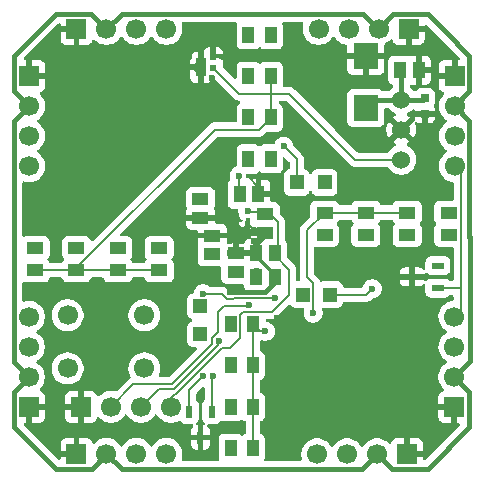
<source format=gbr>
%TF.GenerationSoftware,KiCad,Pcbnew,9.0.6*%
%TF.CreationDate,2025-12-07T19:20:43-08:00*%
%TF.ProjectId,redstone,72656473-746f-46e6-952e-6b696361645f,rev?*%
%TF.SameCoordinates,Original*%
%TF.FileFunction,Copper,L2,Bot*%
%TF.FilePolarity,Positive*%
%FSLAX46Y46*%
G04 Gerber Fmt 4.6, Leading zero omitted, Abs format (unit mm)*
G04 Created by KiCad (PCBNEW 9.0.6) date 2025-12-07 19:20:43*
%MOMM*%
%LPD*%
G01*
G04 APERTURE LIST*
%TA.AperFunction,ComponentPad*%
%ADD10C,1.524000*%
%TD*%
%TA.AperFunction,ComponentPad*%
%ADD11C,1.700000*%
%TD*%
%TA.AperFunction,HeatsinkPad*%
%ADD12C,0.600000*%
%TD*%
%TA.AperFunction,SMDPad,CuDef*%
%ADD13R,0.900000X1.600000*%
%TD*%
%TA.AperFunction,ComponentPad*%
%ADD14R,1.700000X1.700000*%
%TD*%
%TA.AperFunction,SMDPad,CuDef*%
%ADD15R,1.450000X1.000000*%
%TD*%
%TA.AperFunction,SMDPad,CuDef*%
%ADD16R,1.000000X1.450000*%
%TD*%
%TA.AperFunction,SMDPad,CuDef*%
%ADD17R,1.470000X1.020000*%
%TD*%
%TA.AperFunction,SMDPad,CuDef*%
%ADD18R,0.620000X0.600000*%
%TD*%
%TA.AperFunction,SMDPad,CuDef*%
%ADD19R,0.460000X0.420000*%
%TD*%
%TA.AperFunction,SMDPad,CuDef*%
%ADD20R,1.020000X1.470000*%
%TD*%
%TA.AperFunction,SMDPad,CuDef*%
%ADD21R,2.150000X2.200000*%
%TD*%
%TA.AperFunction,SMDPad,CuDef*%
%ADD22R,1.100000X0.600000*%
%TD*%
%TA.AperFunction,SMDPad,CuDef*%
%ADD23R,1.150000X1.250000*%
%TD*%
%TA.AperFunction,SMDPad,CuDef*%
%ADD24R,1.250000X1.150000*%
%TD*%
%TA.AperFunction,SMDPad,CuDef*%
%ADD25R,0.600000X1.100000*%
%TD*%
%TA.AperFunction,SMDPad,CuDef*%
%ADD26R,0.700000X0.650000*%
%TD*%
%TA.AperFunction,SMDPad,CuDef*%
%ADD27R,0.420000X0.460000*%
%TD*%
%TA.AperFunction,ViaPad*%
%ADD28C,0.600000*%
%TD*%
%TA.AperFunction,Conductor*%
%ADD29C,0.200000*%
%TD*%
%TA.AperFunction,Conductor*%
%ADD30C,0.600000*%
%TD*%
%TA.AperFunction,Conductor*%
%ADD31C,0.400000*%
%TD*%
%TA.AperFunction,Conductor*%
%ADD32C,0.300000*%
%TD*%
G04 APERTURE END LIST*
D10*
%TO.P,U2,1,Vin*%
%TO.N,VCC*%
X148500000Y-43000000D03*
%TO.P,U2,2,GND*%
%TO.N,GND*%
X148500000Y-45540000D03*
%TO.P,U2,3,Vout*%
%TO.N,/5V_LOCAL*%
X148500000Y-48080000D03*
%TD*%
D11*
%TO.P,SW1,1,A*%
%TO.N,/3.3V_LOCAL*%
X126750000Y-65750000D03*
X120250000Y-65750000D03*
%TO.P,SW1,2,B*%
%TO.N,Net-(SW1-B)*%
X126750000Y-61250000D03*
X120250000Y-61250000D03*
%TD*%
D12*
%TO.P,U3,9,PAD*%
%TO.N,GND*%
X131550000Y-40750000D03*
D13*
X131550000Y-40250000D03*
D12*
X131550000Y-39750000D03*
%TD*%
D14*
%TO.P,J9,1,Pin_1*%
%TO.N,GND*%
X121380000Y-69000000D03*
D11*
%TO.P,J9,2,Pin_2*%
%TO.N,Net-(J9-Pin_2)*%
X123920000Y-69000000D03*
%TO.P,J9,3,Pin_3*%
%TO.N,Net-(J9-Pin_3)*%
X126460000Y-69000000D03*
%TO.P,J9,4,Pin_4*%
%TO.N,/3.3V_LOCAL*%
X129000000Y-69000000D03*
%TD*%
D14*
%TO.P,J8,1,Pin_1*%
%TO.N,GND*%
X116975000Y-69000000D03*
D11*
%TO.P,J8,2,Pin_2*%
%TO.N,VCC*%
X116975000Y-66460000D03*
%TO.P,J8,3,Pin_3*%
%TO.N,/W_TX*%
X116975000Y-63920000D03*
%TO.P,J8,4,Pin_4*%
%TO.N,/W_RX*%
X116975000Y-61380000D03*
%TD*%
D14*
%TO.P,J4,1,Pin_1*%
%TO.N,GND*%
X153000000Y-69000000D03*
D11*
%TO.P,J4,2,Pin_2*%
%TO.N,VCC*%
X153000000Y-66460000D03*
%TO.P,J4,3,Pin_3*%
%TO.N,/E_TX*%
X153000000Y-63920000D03*
%TO.P,J4,4,Pin_4*%
%TO.N,/E_RX*%
X153000000Y-61380000D03*
%TD*%
D14*
%TO.P,J1,1,Pin_1*%
%TO.N,GND*%
X121000000Y-37000000D03*
D11*
%TO.P,J1,2,Pin_2*%
%TO.N,VCC*%
X123540000Y-37000000D03*
%TO.P,J1,3,Pin_3*%
%TO.N,/N_TX*%
X126080000Y-37000000D03*
%TO.P,J1,4,Pin_4*%
%TO.N,/N_RX*%
X128620000Y-37000000D03*
%TD*%
D14*
%TO.P,J2,1,Pin_1*%
%TO.N,GND*%
X149120000Y-37000000D03*
D11*
%TO.P,J2,2,Pin_2*%
%TO.N,VCC*%
X146580000Y-37000000D03*
%TO.P,J2,3,Pin_3*%
%TO.N,/N_TX*%
X144040000Y-37000000D03*
%TO.P,J2,4,Pin_4*%
%TO.N,/N_RX*%
X141500000Y-37000000D03*
%TD*%
D14*
%TO.P,J6,1,Pin_1*%
%TO.N,GND*%
X149000000Y-73025000D03*
D11*
%TO.P,J6,2,Pin_2*%
%TO.N,VCC*%
X146460000Y-73025000D03*
%TO.P,J6,3,Pin_3*%
%TO.N,/S_TX*%
X143920000Y-73025000D03*
%TO.P,J6,4,Pin_4*%
%TO.N,/S_RX*%
X141380000Y-73025000D03*
%TD*%
D14*
%TO.P,J5,1,Pin_1*%
%TO.N,GND*%
X121000000Y-73000000D03*
D11*
%TO.P,J5,2,Pin_2*%
%TO.N,VCC*%
X123540000Y-73000000D03*
%TO.P,J5,3,Pin_3*%
%TO.N,/S_TX*%
X126080000Y-73000000D03*
%TO.P,J5,4,Pin_4*%
%TO.N,/S_RX*%
X128620000Y-73000000D03*
%TD*%
D14*
%TO.P,J7,1,Pin_1*%
%TO.N,GND*%
X117000000Y-41000000D03*
D11*
%TO.P,J7,2,Pin_2*%
%TO.N,VCC*%
X117000000Y-43540000D03*
%TO.P,J7,3,Pin_3*%
%TO.N,/W_TX*%
X117000000Y-46080000D03*
%TO.P,J7,4,Pin_4*%
%TO.N,/W_RX*%
X117000000Y-48620000D03*
%TD*%
D14*
%TO.P,J3,1,Pin_1*%
%TO.N,GND*%
X153025000Y-41000000D03*
D11*
%TO.P,J3,2,Pin_2*%
%TO.N,VCC*%
X153025000Y-43540000D03*
%TO.P,J3,3,Pin_3*%
%TO.N,/E_TX*%
X153025000Y-46080000D03*
%TO.P,J3,4,Pin_4*%
%TO.N,/E_RX*%
X153025000Y-48620000D03*
%TD*%
D15*
%TO.P,R15,1*%
%TO.N,/5V_LOCAL*%
X124500000Y-57450000D03*
%TO.P,R15,2*%
%TO.N,Net-(D15-A)*%
X124500000Y-55550000D03*
%TD*%
D16*
%TO.P,R11,1*%
%TO.N,/5V_LOCAL*%
X135950000Y-65500000D03*
%TO.P,R11,2*%
%TO.N,Net-(D11-A)*%
X134050000Y-65500000D03*
%TD*%
D17*
%TO.P,C2,1,1*%
%TO.N,/3.3V_LOCAL*%
X131500000Y-51400000D03*
%TO.P,C2,2,2*%
%TO.N,GND*%
X131500000Y-53000000D03*
%TD*%
%TO.P,C2,1,1*%
%TO.N,/3.3V_LOCAL*%
X137000000Y-52700000D03*
%TO.P,C2,2,2*%
%TO.N,GND*%
X137000000Y-54300000D03*
%TD*%
D15*
%TO.P,R7,1*%
%TO.N,/5V_LOCAL*%
X145500000Y-52550000D03*
%TO.P,R7,2*%
%TO.N,Net-(D7-A)*%
X145500000Y-54450000D03*
%TD*%
D16*
%TO.P,R10,1*%
%TO.N,/5V_LOCAL*%
X135950000Y-69000000D03*
%TO.P,R10,2*%
%TO.N,Net-(D10-A)*%
X134050000Y-69000000D03*
%TD*%
D18*
%TO.P,C1,1,1*%
%TO.N,/5V_LOCAL*%
X132580000Y-40280000D03*
%TO.P,C1,2,2*%
%TO.N,GND*%
X132580000Y-39360000D03*
%TD*%
D17*
%TO.P,C2,1,1*%
%TO.N,/3.3V_LOCAL*%
X134500000Y-57600000D03*
%TO.P,C2,2,2*%
%TO.N,GND*%
X134500000Y-56000000D03*
%TD*%
D19*
%TO.P,C9,1,1*%
%TO.N,Net-(U1-VREG_VOUT)*%
X134840000Y-49500000D03*
%TO.P,C9,2,2*%
%TO.N,GND*%
X135500000Y-49500000D03*
%TD*%
D16*
%TO.P,R9,1*%
%TO.N,/5V_LOCAL*%
X135950000Y-72500000D03*
%TO.P,R9,2*%
%TO.N,Net-(D9-A)*%
X134050000Y-72500000D03*
%TD*%
D15*
%TO.P,R6,1*%
%TO.N,/5V_LOCAL*%
X149000000Y-52550000D03*
%TO.P,R6,2*%
%TO.N,Net-(D6-A)*%
X149000000Y-54450000D03*
%TD*%
D16*
%TO.P,R1,1*%
%TO.N,/5V_LOCAL*%
X137450000Y-37500000D03*
%TO.P,R1,2*%
%TO.N,Net-(D1-A)*%
X135550000Y-37500000D03*
%TD*%
D20*
%TO.P,C3,1,1*%
%TO.N,VCC*%
X148400000Y-40500000D03*
%TO.P,C3,2,2*%
%TO.N,GND*%
X150000000Y-40500000D03*
%TD*%
D21*
%TO.P,D19,1,K*%
%TO.N,VCC*%
X145500000Y-43700000D03*
%TO.P,D19,2,A*%
%TO.N,GND*%
X145500000Y-39300000D03*
%TD*%
D22*
%TO.P,D18,1,K1*%
%TO.N,/E_TX*%
X151600000Y-57050000D03*
%TO.P,D18,2,K2*%
%TO.N,/E_RX*%
X151600000Y-58950000D03*
%TO.P,D18,3,COM_A*%
%TO.N,GND*%
X149400000Y-58000000D03*
%TD*%
D15*
%TO.P,R16,1*%
%TO.N,/5V_LOCAL*%
X128000000Y-57450000D03*
%TO.P,R16,2*%
%TO.N,Net-(D16-A)*%
X128000000Y-55550000D03*
%TD*%
D17*
%TO.P,C2,1,1*%
%TO.N,/3.3V_LOCAL*%
X132500000Y-56100000D03*
%TO.P,C2,2,2*%
%TO.N,GND*%
X132500000Y-54500000D03*
%TD*%
D15*
%TO.P,R8,1*%
%TO.N,/5V_LOCAL*%
X142000000Y-52550000D03*
%TO.P,R8,2*%
%TO.N,Net-(D8-A)*%
X142000000Y-54450000D03*
%TD*%
D20*
%TO.P,C10,1,1*%
%TO.N,Net-(U1-VREG_VOUT)*%
X134810000Y-51000000D03*
%TO.P,C10,2,2*%
%TO.N,GND*%
X136410000Y-51000000D03*
%TD*%
D23*
%TO.P,R18,1*%
%TO.N,Net-(Q1-B)*%
X139650000Y-50000000D03*
%TO.P,R18,2*%
%TO.N,Net-(U1-GPIO23)*%
X142000000Y-50000000D03*
%TD*%
D15*
%TO.P,R13,1*%
%TO.N,/5V_LOCAL*%
X117500000Y-57450000D03*
%TO.P,R13,2*%
%TO.N,Net-(D13-A)*%
X117500000Y-55550000D03*
%TD*%
%TO.P,R5,1*%
%TO.N,/5V_LOCAL*%
X152500000Y-52550000D03*
%TO.P,R5,2*%
%TO.N,Net-(D5-A)*%
X152500000Y-54450000D03*
%TD*%
D16*
%TO.P,R2,1*%
%TO.N,/5V_LOCAL*%
X137450000Y-41000000D03*
%TO.P,R2,2*%
%TO.N,Net-(D2-A)*%
X135550000Y-41000000D03*
%TD*%
D23*
%TO.P,R19,1*%
%TO.N,Net-(Q2-B)*%
X142500000Y-59500000D03*
%TO.P,R19,2*%
%TO.N,Net-(U1-GPIO17)*%
X140150000Y-59500000D03*
%TD*%
D20*
%TO.P,C10,1,1*%
%TO.N,Net-(U1-VREG_VOUT)*%
X136200000Y-58000000D03*
%TO.P,C10,2,2*%
%TO.N,GND*%
X137800000Y-58000000D03*
%TD*%
%TO.P,C2,1,1*%
%TO.N,/3.3V_LOCAL*%
X137800000Y-56000000D03*
%TO.P,C2,2,2*%
%TO.N,GND*%
X136200000Y-56000000D03*
%TD*%
D24*
%TO.P,R20,1*%
%TO.N,Net-(Q3-B)*%
X131500000Y-62850000D03*
%TO.P,R20,2*%
%TO.N,Net-(U1-GPIO12)*%
X131500000Y-60500000D03*
%TD*%
D16*
%TO.P,R4,1*%
%TO.N,/5V_LOCAL*%
X137450000Y-48000000D03*
%TO.P,R4,2*%
%TO.N,Net-(D4-A)*%
X135550000Y-48000000D03*
%TD*%
D15*
%TO.P,R14,1*%
%TO.N,/5V_LOCAL*%
X121000000Y-57450000D03*
%TO.P,R14,2*%
%TO.N,Net-(D14-A)*%
X121000000Y-55550000D03*
%TD*%
D25*
%TO.P,D20,1,K1*%
%TO.N,/S_TX*%
X130550000Y-69400000D03*
%TO.P,D20,2,K2*%
%TO.N,/S_RX*%
X132450000Y-69400000D03*
%TO.P,D20,3,COM_A*%
%TO.N,GND*%
X131500000Y-71600000D03*
%TD*%
D26*
%TO.P,C4,1,1*%
%TO.N,VCC*%
X150500000Y-42825000D03*
%TO.P,C4,2,2*%
%TO.N,GND*%
X150500000Y-44175000D03*
%TD*%
D16*
%TO.P,R3,1*%
%TO.N,/5V_LOCAL*%
X137450000Y-44500000D03*
%TO.P,R3,2*%
%TO.N,Net-(D3-A)*%
X135550000Y-44500000D03*
%TD*%
D27*
%TO.P,C11,1,1*%
%TO.N,/3.3V_LOCAL*%
X135500000Y-52500000D03*
%TO.P,C11,2,2*%
%TO.N,GND*%
X135500000Y-53160000D03*
%TD*%
D16*
%TO.P,R12,1*%
%TO.N,/5V_LOCAL*%
X135950000Y-62000000D03*
%TO.P,R12,2*%
%TO.N,Net-(D12-A)*%
X134050000Y-62000000D03*
%TD*%
D28*
%TO.N,/5V_LOCAL*%
X132580000Y-40280000D03*
X137450000Y-48000000D03*
X137450000Y-41000000D03*
X141036492Y-61068109D03*
X137500000Y-37500000D03*
X149000000Y-52550000D03*
X137000000Y-62610002D03*
X152500000Y-52550000D03*
X137450000Y-44500000D03*
%TO.N,GND*%
X135000000Y-56000000D03*
X132538845Y-39375000D03*
X132461137Y-41125000D03*
X134000000Y-54000000D03*
X134000000Y-56000000D03*
X136000000Y-55000000D03*
X136000000Y-56000000D03*
X139454556Y-61570000D03*
X122000000Y-51500000D03*
X135000000Y-55000000D03*
X135000000Y-54000000D03*
X130503362Y-39375000D03*
X136000000Y-54000000D03*
X148000000Y-59000000D03*
X121500000Y-42000000D03*
X134000000Y-55000000D03*
X149500000Y-64000000D03*
X133994967Y-59254202D03*
X140500000Y-47000000D03*
X138000000Y-61500000D03*
X139950000Y-42100000D03*
X124000000Y-59000000D03*
X124000000Y-49000000D03*
X129500000Y-64000000D03*
%TO.N,/3.3V_LOCAL*%
X137400000Y-52700000D03*
X134533207Y-57506166D03*
X132500000Y-56100000D03*
X131500000Y-51400000D03*
X137624698Y-56000134D03*
X135500000Y-52429998D03*
%TO.N,Net-(U1-VREG_VOUT)*%
X134770000Y-49421471D03*
X134999999Y-50645229D03*
X136300000Y-57500000D03*
%TO.N,Net-(D1-A)*%
X135550000Y-37500000D03*
%TO.N,Net-(D2-A)*%
X135550000Y-41000000D03*
%TO.N,Net-(D3-A)*%
X135550000Y-44500000D03*
%TO.N,Net-(D4-A)*%
X135550000Y-48000000D03*
%TO.N,Net-(D5-A)*%
X152500000Y-54450000D03*
%TO.N,Net-(D6-A)*%
X149000000Y-54450000D03*
%TO.N,Net-(D7-A)*%
X145500000Y-54450000D03*
%TO.N,Net-(D8-A)*%
X142000000Y-54450000D03*
%TO.N,Net-(D9-A)*%
X134200000Y-72500000D03*
%TO.N,Net-(D10-A)*%
X134200000Y-69000000D03*
%TO.N,Net-(D11-A)*%
X134200000Y-65500000D03*
%TO.N,Net-(D12-A)*%
X134200000Y-62000000D03*
%TO.N,Net-(D13-A)*%
X117500000Y-55550000D03*
%TO.N,Net-(D14-A)*%
X121000000Y-55550000D03*
%TO.N,Net-(D15-A)*%
X124500000Y-55550000D03*
%TO.N,Net-(D16-A)*%
X128000000Y-55550000D03*
%TO.N,/E_TX*%
X151600000Y-57050000D03*
%TO.N,/E_RX*%
X151600000Y-58950000D03*
%TO.N,/S_RX*%
X132450000Y-69400000D03*
X132583255Y-66400000D03*
%TO.N,/S_TX*%
X130550000Y-69400000D03*
X131734728Y-66400000D03*
%TO.N,Net-(J9-Pin_3)*%
X133102000Y-63428974D03*
%TO.N,Net-(J9-Pin_2)*%
X135574528Y-60374000D03*
%TO.N,Net-(Q1-B)*%
X138550000Y-46937500D03*
%TO.N,Net-(Q2-B)*%
X146050000Y-59000000D03*
%TO.N,Net-(Q3-B)*%
X131500000Y-62850000D03*
%TO.N,Net-(U1-GPIO17)*%
X140150000Y-59500000D03*
%TO.N,Net-(U1-GPIO23)*%
X142000000Y-50000000D03*
%TO.N,Net-(U1-GPIO12)*%
X131500000Y-60500000D03*
%TO.N,Net-(SW1-B)*%
X131725735Y-59424998D03*
X137811085Y-59758819D03*
%TD*%
D29*
%TO.N,/5V_LOCAL*%
X139000000Y-42500000D02*
X137450000Y-42500000D01*
X136560002Y-62610002D02*
X135950000Y-62000000D01*
X121000000Y-57450000D02*
X121000000Y-57223000D01*
X147000000Y-52550000D02*
X149000000Y-52550000D01*
X126500000Y-57450000D02*
X128000000Y-57450000D01*
X121000000Y-57223000D02*
X132697000Y-45526000D01*
X132580000Y-40280000D02*
X134800000Y-42500000D01*
X141036492Y-58536492D02*
X141036492Y-61068109D01*
X117500000Y-57450000D02*
X126000000Y-57450000D01*
X137450000Y-42500000D02*
X137450000Y-44500000D01*
X140500000Y-58000000D02*
X141036492Y-58536492D01*
X148500000Y-48080000D02*
X144580000Y-48080000D01*
X137450000Y-42500000D02*
X137450000Y-41000000D01*
X134800000Y-42500000D02*
X137450000Y-42500000D01*
X132697000Y-45526000D02*
X136424000Y-45526000D01*
X142000000Y-52550000D02*
X147000000Y-52550000D01*
X135950000Y-62000000D02*
X135950000Y-72500000D01*
X137450000Y-37500000D02*
X137500000Y-37500000D01*
X136424000Y-45526000D02*
X137450000Y-44500000D01*
X140500000Y-54050000D02*
X140500000Y-58000000D01*
X144580000Y-48080000D02*
X139000000Y-42500000D01*
X142000000Y-52550000D02*
X140500000Y-54050000D01*
X126000000Y-57450000D02*
X126500000Y-57450000D01*
X137000000Y-62610002D02*
X136560002Y-62610002D01*
D30*
%TO.N,GND*%
X136200000Y-55100000D02*
X137000000Y-54300000D01*
D31*
X133998584Y-59257819D02*
X133994967Y-59254202D01*
X136989181Y-59257819D02*
X133998584Y-59257819D01*
D29*
X136410000Y-51000000D02*
X136410000Y-50410000D01*
X135500000Y-53500000D02*
X135000000Y-54000000D01*
X135500000Y-53500000D02*
X136000000Y-54000000D01*
X136200000Y-56247000D02*
X136200000Y-56000000D01*
D32*
X137800000Y-57847000D02*
X136200000Y-56247000D01*
D31*
X136989181Y-59257819D02*
X137800000Y-58447000D01*
D29*
X136410000Y-50410000D02*
X135500000Y-49500000D01*
D31*
X137800000Y-58447000D02*
X137800000Y-58000000D01*
D30*
X136200000Y-56000000D02*
X136200000Y-55100000D01*
D29*
X135500000Y-53160000D02*
X135500000Y-53500000D01*
%TO.N,/3.3V_LOCAL*%
X139000000Y-59500000D02*
X139000000Y-57375436D01*
X129385200Y-67901000D02*
X133286200Y-64000000D01*
X137526000Y-60974000D02*
X139000000Y-59500000D01*
X135500000Y-52500000D02*
X136800000Y-52500000D01*
X129383785Y-67901000D02*
X129385200Y-67901000D01*
X135124943Y-60974000D02*
X137526000Y-60974000D01*
X134000000Y-64000000D02*
X134851000Y-63149000D01*
X136800000Y-52500000D02*
X137000000Y-52700000D01*
X129000000Y-68284785D02*
X129383785Y-67901000D01*
X138036000Y-55588832D02*
X138036000Y-53336000D01*
X134851000Y-63149000D02*
X134851000Y-61247943D01*
X139000000Y-57375436D02*
X137624698Y-56000134D01*
X134851000Y-61247943D02*
X135124943Y-60974000D01*
X129000000Y-69000000D02*
X129000000Y-68284785D01*
X138036000Y-53336000D02*
X137400000Y-52700000D01*
X133286200Y-64000000D02*
X134000000Y-64000000D01*
X137624698Y-56000134D02*
X138036000Y-55588832D01*
D31*
%TO.N,VCC*%
X146500000Y-37000000D02*
X145224000Y-35724000D01*
X153025000Y-43540000D02*
X154276000Y-44791000D01*
X124816000Y-35724000D02*
X123540000Y-37000000D01*
X150749000Y-35749000D02*
X152250000Y-37250000D01*
X153000000Y-66460000D02*
X154251000Y-67711000D01*
X119251000Y-74251000D02*
X115701000Y-70701000D01*
X123540000Y-73000000D02*
X122289000Y-74251000D01*
X154299000Y-65161000D02*
X153000000Y-66460000D01*
X154276000Y-39276000D02*
X154276000Y-42289000D01*
X122241000Y-35701000D02*
X123540000Y-37000000D01*
X150325000Y-43000000D02*
X150500000Y-42825000D01*
X146460000Y-73025000D02*
X145209000Y-74276000D01*
X146580000Y-37000000D02*
X146500000Y-37000000D01*
X146580000Y-37000000D02*
X147831000Y-35749000D01*
X147711000Y-74276000D02*
X146460000Y-73025000D01*
X154276000Y-54624000D02*
X154299000Y-54647000D01*
X154251000Y-70749000D02*
X150724000Y-74276000D01*
X154276000Y-42289000D02*
X153025000Y-43540000D01*
X150724000Y-74276000D02*
X147711000Y-74276000D01*
X154251000Y-67711000D02*
X154251000Y-70749000D01*
X124816000Y-74276000D02*
X123540000Y-73000000D01*
X116975000Y-66460000D02*
X115724000Y-65209000D01*
X115701000Y-70701000D02*
X115701000Y-67734000D01*
X115701000Y-39299000D02*
X119299000Y-35701000D01*
X148500000Y-43000000D02*
X150325000Y-43000000D01*
X148500000Y-43000000D02*
X148500000Y-40600000D01*
X147831000Y-35749000D02*
X150749000Y-35749000D01*
X154299000Y-54647000D02*
X154299000Y-65161000D01*
X154276000Y-44791000D02*
X154276000Y-54624000D01*
X148500000Y-40600000D02*
X148400000Y-40500000D01*
X115724000Y-65209000D02*
X115724000Y-44816000D01*
X119299000Y-35701000D02*
X122241000Y-35701000D01*
X146200000Y-43000000D02*
X145500000Y-43700000D01*
X122289000Y-74251000D02*
X119251000Y-74251000D01*
X115701000Y-67734000D02*
X116975000Y-66460000D01*
X152250000Y-37250000D02*
X154276000Y-39276000D01*
X115724000Y-44816000D02*
X117000000Y-43540000D01*
X115701000Y-42241000D02*
X115701000Y-39299000D01*
X145209000Y-74276000D02*
X124816000Y-74276000D01*
X117000000Y-43540000D02*
X115701000Y-42241000D01*
X145224000Y-35724000D02*
X124816000Y-35724000D01*
X148500000Y-43000000D02*
X146200000Y-43000000D01*
D29*
%TO.N,Net-(U1-VREG_VOUT)*%
X134770000Y-50415230D02*
X134999999Y-50645229D01*
X134770000Y-49421471D02*
X134770000Y-50415230D01*
%TO.N,/E_TX*%
X151600000Y-57050000D02*
X151650000Y-57000000D01*
%TO.N,/E_RX*%
X153526000Y-49121000D02*
X153025000Y-48620000D01*
X153476000Y-58950000D02*
X153526000Y-59000000D01*
X151600000Y-58950000D02*
X153476000Y-58950000D01*
X153000000Y-61380000D02*
X153526000Y-60854000D01*
X153526000Y-60854000D02*
X153526000Y-59000000D01*
X153526000Y-59000000D02*
X153526000Y-49121000D01*
%TO.N,/S_RX*%
X132583255Y-66400000D02*
X132450000Y-66533255D01*
X132450000Y-66533255D02*
X132450000Y-69400000D01*
%TO.N,/S_TX*%
X130550000Y-67584728D02*
X130550000Y-69400000D01*
X131734728Y-66400000D02*
X130550000Y-67584728D01*
%TO.N,Net-(J9-Pin_3)*%
X133102000Y-63617100D02*
X133102000Y-63428974D01*
X132901000Y-63818100D02*
X129219100Y-67500000D01*
X132901000Y-63818100D02*
X133102000Y-63617100D01*
X127960000Y-67500000D02*
X126460000Y-69000000D01*
X129219100Y-67500000D02*
X127960000Y-67500000D01*
%TO.N,Net-(J9-Pin_2)*%
X135574528Y-60374000D02*
X135448527Y-60500000D01*
X133000000Y-62681031D02*
X132501000Y-63180031D01*
X135448527Y-60500000D02*
X133500000Y-60500000D01*
X125821000Y-67099000D02*
X123920000Y-69000000D01*
X133500000Y-60500000D02*
X133000000Y-61000000D01*
X132501000Y-63651000D02*
X129053000Y-67099000D01*
X132501000Y-63180031D02*
X132501000Y-63651000D01*
X129053000Y-67099000D02*
X125821000Y-67099000D01*
X133000000Y-61000000D02*
X133000000Y-62681031D01*
%TO.N,Net-(Q1-B)*%
X138550000Y-47050000D02*
X138550000Y-46937500D01*
X139650000Y-50000000D02*
X139650000Y-48037500D01*
X139650000Y-48037500D02*
X138550000Y-46937500D01*
%TO.N,Net-(Q2-B)*%
X145550000Y-59500000D02*
X142500000Y-59500000D01*
X146050000Y-59000000D02*
X145550000Y-59500000D01*
%TO.N,Net-(SW1-B)*%
X133746024Y-59855202D02*
X133393967Y-59503145D01*
X133393967Y-59500000D02*
X133392238Y-59500000D01*
X137811085Y-59758819D02*
X134340293Y-59758819D01*
X134340293Y-59758819D02*
X134243910Y-59855202D01*
X133392238Y-59500000D02*
X133317236Y-59424998D01*
X134243910Y-59855202D02*
X133746024Y-59855202D01*
X133317236Y-59424998D02*
X131725735Y-59424998D01*
X133393967Y-59503145D02*
X133393967Y-59500000D01*
%TD*%
%TA.AperFunction,Conductor*%
%TO.N,GND*%
G36*
X134534994Y-36444185D02*
G01*
X134580749Y-36496989D01*
X134590693Y-36566147D01*
X134584137Y-36591833D01*
X134555908Y-36667517D01*
X134549501Y-36727116D01*
X134549501Y-36727123D01*
X134549500Y-36727135D01*
X134549500Y-38272870D01*
X134549501Y-38272876D01*
X134555908Y-38332483D01*
X134606202Y-38467328D01*
X134606206Y-38467335D01*
X134692452Y-38582544D01*
X134692455Y-38582547D01*
X134807664Y-38668793D01*
X134807671Y-38668797D01*
X134942517Y-38719091D01*
X134942516Y-38719091D01*
X134949444Y-38719835D01*
X135002127Y-38725500D01*
X136097872Y-38725499D01*
X136157483Y-38719091D01*
X136292331Y-38668796D01*
X136407546Y-38582546D01*
X136407548Y-38582542D01*
X136412319Y-38577773D01*
X136473642Y-38544288D01*
X136543334Y-38549272D01*
X136587681Y-38577773D01*
X136592455Y-38582547D01*
X136707664Y-38668793D01*
X136707671Y-38668797D01*
X136842517Y-38719091D01*
X136842516Y-38719091D01*
X136849444Y-38719835D01*
X136902127Y-38725500D01*
X137997872Y-38725499D01*
X138057483Y-38719091D01*
X138192331Y-38668796D01*
X138307546Y-38582546D01*
X138393796Y-38467331D01*
X138444091Y-38332483D01*
X138450500Y-38272873D01*
X138450499Y-36727128D01*
X138444091Y-36667517D01*
X138443639Y-36666306D01*
X138415863Y-36591833D01*
X138410879Y-36522141D01*
X138444364Y-36460818D01*
X138505688Y-36427334D01*
X138532045Y-36424500D01*
X140096321Y-36424500D01*
X140163360Y-36444185D01*
X140209115Y-36496989D01*
X140219059Y-36566147D01*
X140214252Y-36586818D01*
X140182753Y-36683760D01*
X140172262Y-36750000D01*
X140149500Y-36893713D01*
X140149500Y-37106287D01*
X140159534Y-37169644D01*
X140182753Y-37316239D01*
X140248444Y-37518414D01*
X140344951Y-37707820D01*
X140469890Y-37879786D01*
X140620213Y-38030109D01*
X140792179Y-38155048D01*
X140792181Y-38155049D01*
X140792184Y-38155051D01*
X140981588Y-38251557D01*
X141183757Y-38317246D01*
X141393713Y-38350500D01*
X141393714Y-38350500D01*
X141606286Y-38350500D01*
X141606287Y-38350500D01*
X141816243Y-38317246D01*
X142018412Y-38251557D01*
X142207816Y-38155051D01*
X142294478Y-38092088D01*
X142379786Y-38030109D01*
X142379788Y-38030106D01*
X142379792Y-38030104D01*
X142530104Y-37879792D01*
X142530106Y-37879788D01*
X142530109Y-37879786D01*
X142655048Y-37707820D01*
X142655047Y-37707820D01*
X142655051Y-37707816D01*
X142659514Y-37699054D01*
X142707488Y-37648259D01*
X142775308Y-37631463D01*
X142841444Y-37653999D01*
X142880486Y-37699056D01*
X142884951Y-37707820D01*
X143009890Y-37879786D01*
X143160213Y-38030109D01*
X143332179Y-38155048D01*
X143332181Y-38155049D01*
X143332184Y-38155051D01*
X143417861Y-38198705D01*
X143521583Y-38251555D01*
X143521585Y-38251555D01*
X143521588Y-38251557D01*
X143598416Y-38276520D01*
X143723756Y-38317246D01*
X143752126Y-38321739D01*
X143820398Y-38332552D01*
X143883532Y-38362481D01*
X143920464Y-38421792D01*
X143925000Y-38455025D01*
X143925000Y-39050000D01*
X147075000Y-39050000D01*
X147075000Y-38339473D01*
X147094685Y-38272434D01*
X147142706Y-38228988D01*
X147287816Y-38155051D01*
X147459792Y-38030104D01*
X147573717Y-37916178D01*
X147635036Y-37882696D01*
X147704728Y-37887680D01*
X147760662Y-37929551D01*
X147777577Y-37960528D01*
X147826646Y-38092088D01*
X147826649Y-38092093D01*
X147912809Y-38207187D01*
X147912812Y-38207190D01*
X148027906Y-38293350D01*
X148027913Y-38293354D01*
X148162620Y-38343596D01*
X148162627Y-38343598D01*
X148222155Y-38349999D01*
X148222172Y-38350000D01*
X148870000Y-38350000D01*
X148870000Y-37433012D01*
X148927007Y-37465925D01*
X149054174Y-37500000D01*
X149185826Y-37500000D01*
X149312993Y-37465925D01*
X149370000Y-37433012D01*
X149370000Y-38350000D01*
X150017828Y-38350000D01*
X150017844Y-38349999D01*
X150077372Y-38343598D01*
X150077379Y-38343596D01*
X150212086Y-38293354D01*
X150212093Y-38293350D01*
X150327187Y-38207190D01*
X150327190Y-38207187D01*
X150413350Y-38092093D01*
X150413354Y-38092086D01*
X150463596Y-37957379D01*
X150463598Y-37957372D01*
X150469999Y-37897844D01*
X150470000Y-37897827D01*
X150470000Y-37250000D01*
X149553012Y-37250000D01*
X149585925Y-37192993D01*
X149620000Y-37065826D01*
X149620000Y-36934174D01*
X149585925Y-36807007D01*
X149553012Y-36750000D01*
X150470000Y-36750000D01*
X150474164Y-36745835D01*
X150489685Y-36692980D01*
X150542489Y-36647225D01*
X150611647Y-36637281D01*
X150675203Y-36666306D01*
X150681681Y-36672338D01*
X153447662Y-39438319D01*
X153481147Y-39499642D01*
X153476163Y-39569334D01*
X153434291Y-39625267D01*
X153368827Y-39649684D01*
X153359981Y-39650000D01*
X153275000Y-39650000D01*
X153275000Y-40566988D01*
X153217993Y-40534075D01*
X153090826Y-40500000D01*
X152959174Y-40500000D01*
X152832007Y-40534075D01*
X152775000Y-40566988D01*
X152775000Y-39650000D01*
X152127155Y-39650000D01*
X152067627Y-39656401D01*
X152067620Y-39656403D01*
X151932913Y-39706645D01*
X151932906Y-39706649D01*
X151817812Y-39792809D01*
X151817809Y-39792812D01*
X151731649Y-39907906D01*
X151731645Y-39907913D01*
X151681403Y-40042620D01*
X151681401Y-40042627D01*
X151675000Y-40102155D01*
X151675000Y-40750000D01*
X152591988Y-40750000D01*
X152559075Y-40807007D01*
X152525000Y-40934174D01*
X152525000Y-41065826D01*
X152559075Y-41192993D01*
X152591988Y-41250000D01*
X151675000Y-41250000D01*
X151675000Y-41897844D01*
X151681401Y-41957372D01*
X151681403Y-41957379D01*
X151731645Y-42092086D01*
X151731649Y-42092093D01*
X151817809Y-42207187D01*
X151817812Y-42207190D01*
X151932906Y-42293350D01*
X151932913Y-42293354D01*
X152064470Y-42342422D01*
X152120404Y-42384293D01*
X152144821Y-42449758D01*
X152129969Y-42518031D01*
X152108819Y-42546285D01*
X151994889Y-42660215D01*
X151869951Y-42832179D01*
X151773444Y-43021585D01*
X151707753Y-43223760D01*
X151674500Y-43433713D01*
X151674500Y-43646286D01*
X151701350Y-43815814D01*
X151707754Y-43856243D01*
X151742435Y-43962981D01*
X151773444Y-44058414D01*
X151869951Y-44247820D01*
X151994890Y-44419786D01*
X152145213Y-44570109D01*
X152317182Y-44695050D01*
X152325946Y-44699516D01*
X152376742Y-44747491D01*
X152393536Y-44815312D01*
X152370998Y-44881447D01*
X152325946Y-44920484D01*
X152317182Y-44924949D01*
X152145213Y-45049890D01*
X151994890Y-45200213D01*
X151869951Y-45372179D01*
X151773444Y-45561585D01*
X151707753Y-45763760D01*
X151696387Y-45835523D01*
X151674500Y-45973713D01*
X151674500Y-46186287D01*
X151707754Y-46396243D01*
X151760414Y-46558314D01*
X151773444Y-46598414D01*
X151869951Y-46787820D01*
X151994890Y-46959786D01*
X152145213Y-47110109D01*
X152317182Y-47235050D01*
X152325946Y-47239516D01*
X152376742Y-47287491D01*
X152393536Y-47355312D01*
X152370998Y-47421447D01*
X152325946Y-47460484D01*
X152317182Y-47464949D01*
X152145213Y-47589890D01*
X152145209Y-47589894D01*
X151994897Y-47740207D01*
X151994890Y-47740213D01*
X151869951Y-47912179D01*
X151773444Y-48101585D01*
X151707753Y-48303760D01*
X151702394Y-48337597D01*
X151674500Y-48513713D01*
X151674500Y-48726287D01*
X151684534Y-48789644D01*
X151706955Y-48931203D01*
X151707754Y-48936243D01*
X151771575Y-49132664D01*
X151773444Y-49138414D01*
X151869951Y-49327820D01*
X151994890Y-49499786D01*
X152145213Y-49650109D01*
X152317179Y-49775048D01*
X152317181Y-49775049D01*
X152317184Y-49775051D01*
X152506588Y-49871557D01*
X152708757Y-49937246D01*
X152708760Y-49937246D01*
X152708761Y-49937247D01*
X152765528Y-49946237D01*
X152820898Y-49955007D01*
X152884032Y-49984936D01*
X152920964Y-50044247D01*
X152925500Y-50077480D01*
X152925500Y-51425500D01*
X152905815Y-51492539D01*
X152853011Y-51538294D01*
X152801500Y-51549500D01*
X151727129Y-51549500D01*
X151727123Y-51549501D01*
X151667516Y-51555908D01*
X151532671Y-51606202D01*
X151532664Y-51606206D01*
X151417455Y-51692452D01*
X151417452Y-51692455D01*
X151331206Y-51807664D01*
X151331202Y-51807671D01*
X151280908Y-51942517D01*
X151274501Y-52002116D01*
X151274501Y-52002123D01*
X151274500Y-52002135D01*
X151274500Y-53097870D01*
X151274501Y-53097876D01*
X151280908Y-53157483D01*
X151331202Y-53292328D01*
X151331206Y-53292335D01*
X151417452Y-53407544D01*
X151422227Y-53412319D01*
X151455712Y-53473642D01*
X151450728Y-53543334D01*
X151422227Y-53587681D01*
X151417452Y-53592455D01*
X151331206Y-53707664D01*
X151331202Y-53707671D01*
X151280908Y-53842517D01*
X151274501Y-53902116D01*
X151274501Y-53902123D01*
X151274500Y-53902135D01*
X151274500Y-54997870D01*
X151274501Y-54997876D01*
X151280908Y-55057483D01*
X151331202Y-55192328D01*
X151331206Y-55192335D01*
X151417452Y-55307544D01*
X151417455Y-55307547D01*
X151532664Y-55393793D01*
X151532671Y-55393797D01*
X151667517Y-55444091D01*
X151667516Y-55444091D01*
X151674444Y-55444835D01*
X151727127Y-55450500D01*
X152801500Y-55450499D01*
X152868539Y-55470183D01*
X152914294Y-55522987D01*
X152925500Y-55574499D01*
X152925500Y-58225500D01*
X152905815Y-58292539D01*
X152853011Y-58338294D01*
X152801500Y-58349500D01*
X152612320Y-58349500D01*
X152545281Y-58329815D01*
X152513052Y-58299809D01*
X152513051Y-58299808D01*
X152507546Y-58292454D01*
X152501938Y-58288256D01*
X152392335Y-58206206D01*
X152392328Y-58206202D01*
X152257482Y-58155908D01*
X152257483Y-58155908D01*
X152197883Y-58149501D01*
X152197881Y-58149500D01*
X152197873Y-58149500D01*
X151678844Y-58149500D01*
X151678842Y-58149500D01*
X151521158Y-58149500D01*
X151521155Y-58149500D01*
X151002129Y-58149500D01*
X151002123Y-58149501D01*
X150942516Y-58155908D01*
X150807671Y-58206202D01*
X150807664Y-58206206D01*
X150692455Y-58292452D01*
X150673266Y-58318086D01*
X150617332Y-58359956D01*
X150547640Y-58364940D01*
X150486318Y-58331454D01*
X150452833Y-58270131D01*
X150450749Y-58250749D01*
X150450000Y-58250000D01*
X149650000Y-58250000D01*
X149650000Y-58800000D01*
X149997828Y-58800000D01*
X149997844Y-58799999D01*
X150057372Y-58793598D01*
X150057379Y-58793596D01*
X150192086Y-58743354D01*
X150192093Y-58743350D01*
X150307187Y-58657190D01*
X150307188Y-58657189D01*
X150326233Y-58631749D01*
X150382166Y-58589877D01*
X150451858Y-58584893D01*
X150513181Y-58618378D01*
X150546666Y-58679701D01*
X150549500Y-58706059D01*
X150549500Y-59297870D01*
X150549501Y-59297876D01*
X150555908Y-59357483D01*
X150606202Y-59492328D01*
X150606206Y-59492335D01*
X150692452Y-59607544D01*
X150692455Y-59607547D01*
X150807664Y-59693793D01*
X150807671Y-59693797D01*
X150849479Y-59709390D01*
X150942517Y-59744091D01*
X151002127Y-59750500D01*
X151521155Y-59750499D01*
X151521158Y-59750500D01*
X151678842Y-59750500D01*
X151678844Y-59750499D01*
X152197872Y-59750499D01*
X152257483Y-59744091D01*
X152392331Y-59693796D01*
X152507546Y-59607546D01*
X152513052Y-59600191D01*
X152516708Y-59597453D01*
X152518607Y-59593297D01*
X152544424Y-59576705D01*
X152568985Y-59558319D01*
X152574614Y-59557303D01*
X152577385Y-59555523D01*
X152612320Y-59550500D01*
X152801500Y-59550500D01*
X152868539Y-59570185D01*
X152914294Y-59622989D01*
X152925500Y-59674500D01*
X152925500Y-59918559D01*
X152905815Y-59985598D01*
X152853011Y-60031353D01*
X152820899Y-60041032D01*
X152683759Y-60062753D01*
X152481585Y-60128444D01*
X152292179Y-60224951D01*
X152120213Y-60349890D01*
X151969890Y-60500213D01*
X151844951Y-60672179D01*
X151748444Y-60861585D01*
X151682753Y-61063760D01*
X151649500Y-61273712D01*
X151649500Y-61273713D01*
X151649500Y-61486287D01*
X151654649Y-61518796D01*
X151681748Y-61689895D01*
X151682754Y-61696243D01*
X151738759Y-61868609D01*
X151748444Y-61898414D01*
X151844951Y-62087820D01*
X151969890Y-62259786D01*
X152120213Y-62410109D01*
X152292182Y-62535050D01*
X152300946Y-62539516D01*
X152351742Y-62587491D01*
X152368536Y-62655312D01*
X152345998Y-62721447D01*
X152300946Y-62760484D01*
X152292182Y-62764949D01*
X152120213Y-62889890D01*
X151969890Y-63040213D01*
X151844951Y-63212179D01*
X151748444Y-63401585D01*
X151682753Y-63603760D01*
X151654437Y-63782544D01*
X151649500Y-63813713D01*
X151649500Y-64026287D01*
X151659534Y-64089644D01*
X151675779Y-64192209D01*
X151682754Y-64236243D01*
X151746604Y-64432753D01*
X151748444Y-64438414D01*
X151844951Y-64627820D01*
X151969890Y-64799786D01*
X152120213Y-64950109D01*
X152292182Y-65075050D01*
X152300946Y-65079516D01*
X152351742Y-65127491D01*
X152368536Y-65195312D01*
X152345998Y-65261447D01*
X152300946Y-65300484D01*
X152292182Y-65304949D01*
X152120213Y-65429890D01*
X151969890Y-65580213D01*
X151844951Y-65752179D01*
X151748444Y-65941585D01*
X151682753Y-66143760D01*
X151649500Y-66353713D01*
X151649500Y-66566286D01*
X151682416Y-66774113D01*
X151682754Y-66776243D01*
X151726309Y-66910292D01*
X151748444Y-66978414D01*
X151844951Y-67167820D01*
X151969890Y-67339786D01*
X152083818Y-67453714D01*
X152117303Y-67515037D01*
X152112319Y-67584729D01*
X152070447Y-67640662D01*
X152039471Y-67657577D01*
X151907912Y-67706646D01*
X151907906Y-67706649D01*
X151792812Y-67792809D01*
X151792809Y-67792812D01*
X151706649Y-67907906D01*
X151706645Y-67907913D01*
X151656403Y-68042620D01*
X151656401Y-68042627D01*
X151650000Y-68102155D01*
X151650000Y-68750000D01*
X152566988Y-68750000D01*
X152534075Y-68807007D01*
X152500000Y-68934174D01*
X152500000Y-69065826D01*
X152534075Y-69192993D01*
X152566988Y-69250000D01*
X151650000Y-69250000D01*
X151650000Y-69897844D01*
X151656401Y-69957372D01*
X151656403Y-69957379D01*
X151706645Y-70092086D01*
X151706649Y-70092093D01*
X151792809Y-70207187D01*
X151792812Y-70207190D01*
X151907906Y-70293350D01*
X151907913Y-70293354D01*
X152042620Y-70343596D01*
X152042627Y-70343598D01*
X152102155Y-70349999D01*
X152102172Y-70350000D01*
X152750000Y-70350000D01*
X152750000Y-69433012D01*
X152807007Y-69465925D01*
X152934174Y-69500000D01*
X153065826Y-69500000D01*
X153192993Y-69465925D01*
X153250000Y-69433012D01*
X153250000Y-70350000D01*
X153359981Y-70350000D01*
X153427020Y-70369685D01*
X153472775Y-70422489D01*
X153482719Y-70491647D01*
X153453694Y-70555203D01*
X153447662Y-70561681D01*
X150561681Y-73447662D01*
X150500358Y-73481147D01*
X150430666Y-73476163D01*
X150374733Y-73434291D01*
X150350316Y-73368827D01*
X150350000Y-73359981D01*
X150350000Y-73275000D01*
X149433012Y-73275000D01*
X149465925Y-73217993D01*
X149500000Y-73090826D01*
X149500000Y-72959174D01*
X149465925Y-72832007D01*
X149433012Y-72775000D01*
X150350000Y-72775000D01*
X150350000Y-72127172D01*
X150349999Y-72127155D01*
X150343598Y-72067627D01*
X150343596Y-72067620D01*
X150293354Y-71932913D01*
X150293350Y-71932906D01*
X150207190Y-71817812D01*
X150207187Y-71817809D01*
X150092093Y-71731649D01*
X150092086Y-71731645D01*
X149957379Y-71681403D01*
X149957372Y-71681401D01*
X149897844Y-71675000D01*
X149250000Y-71675000D01*
X149250000Y-72591988D01*
X149192993Y-72559075D01*
X149065826Y-72525000D01*
X148934174Y-72525000D01*
X148807007Y-72559075D01*
X148750000Y-72591988D01*
X148750000Y-71675000D01*
X148102155Y-71675000D01*
X148042627Y-71681401D01*
X148042620Y-71681403D01*
X147907913Y-71731645D01*
X147907906Y-71731649D01*
X147792812Y-71817809D01*
X147792809Y-71817812D01*
X147706649Y-71932906D01*
X147706646Y-71932912D01*
X147657577Y-72064471D01*
X147615705Y-72120404D01*
X147550241Y-72144821D01*
X147481968Y-72129969D01*
X147453714Y-72108818D01*
X147339786Y-71994890D01*
X147167820Y-71869951D01*
X146978414Y-71773444D01*
X146978413Y-71773443D01*
X146978412Y-71773443D01*
X146776243Y-71707754D01*
X146776241Y-71707753D01*
X146776240Y-71707753D01*
X146614957Y-71682208D01*
X146566287Y-71674500D01*
X146353713Y-71674500D01*
X146305042Y-71682208D01*
X146143760Y-71707753D01*
X145941585Y-71773444D01*
X145752179Y-71869951D01*
X145580213Y-71994890D01*
X145429890Y-72145213D01*
X145304949Y-72317182D01*
X145300484Y-72325946D01*
X145252509Y-72376742D01*
X145184688Y-72393536D01*
X145118553Y-72370998D01*
X145079516Y-72325946D01*
X145075050Y-72317182D01*
X144950109Y-72145213D01*
X144799786Y-71994890D01*
X144627820Y-71869951D01*
X144438414Y-71773444D01*
X144438413Y-71773443D01*
X144438412Y-71773443D01*
X144236243Y-71707754D01*
X144236241Y-71707753D01*
X144236240Y-71707753D01*
X144074957Y-71682208D01*
X144026287Y-71674500D01*
X143813713Y-71674500D01*
X143765042Y-71682208D01*
X143603760Y-71707753D01*
X143401585Y-71773444D01*
X143212179Y-71869951D01*
X143040213Y-71994890D01*
X142889890Y-72145213D01*
X142764949Y-72317182D01*
X142760484Y-72325946D01*
X142712509Y-72376742D01*
X142644688Y-72393536D01*
X142578553Y-72370998D01*
X142539516Y-72325946D01*
X142535050Y-72317182D01*
X142410109Y-72145213D01*
X142259786Y-71994890D01*
X142087820Y-71869951D01*
X141898414Y-71773444D01*
X141898413Y-71773443D01*
X141898412Y-71773443D01*
X141696243Y-71707754D01*
X141696241Y-71707753D01*
X141696240Y-71707753D01*
X141534957Y-71682208D01*
X141486287Y-71674500D01*
X141273713Y-71674500D01*
X141225042Y-71682208D01*
X141063760Y-71707753D01*
X140861585Y-71773444D01*
X140672179Y-71869951D01*
X140500213Y-71994890D01*
X140349890Y-72145213D01*
X140224951Y-72317179D01*
X140128444Y-72506585D01*
X140062753Y-72708760D01*
X140029500Y-72918713D01*
X140029500Y-73131286D01*
X140061366Y-73332483D01*
X140062754Y-73341243D01*
X140084499Y-73408167D01*
X140086129Y-73413182D01*
X140088124Y-73483023D01*
X140052044Y-73542856D01*
X139989343Y-73573684D01*
X139968198Y-73575500D01*
X137032045Y-73575500D01*
X136965006Y-73555815D01*
X136919251Y-73503011D01*
X136909307Y-73433853D01*
X136915863Y-73408167D01*
X136933835Y-73359981D01*
X136944091Y-73332483D01*
X136950500Y-73272873D01*
X136950499Y-71727128D01*
X136944091Y-71667517D01*
X136893796Y-71532669D01*
X136893795Y-71532668D01*
X136893793Y-71532664D01*
X136807547Y-71417455D01*
X136807544Y-71417452D01*
X136692335Y-71331206D01*
X136692328Y-71331202D01*
X136631167Y-71308391D01*
X136575233Y-71266520D01*
X136550816Y-71201056D01*
X136550500Y-71192209D01*
X136550500Y-70307790D01*
X136570185Y-70240751D01*
X136622989Y-70194996D01*
X136631146Y-70191616D01*
X136692331Y-70168796D01*
X136807546Y-70082546D01*
X136893796Y-69967331D01*
X136944091Y-69832483D01*
X136950500Y-69772873D01*
X136950499Y-69000000D01*
X136950499Y-68227129D01*
X136950498Y-68227123D01*
X136944091Y-68167516D01*
X136893797Y-68032671D01*
X136893793Y-68032664D01*
X136807547Y-67917455D01*
X136807544Y-67917452D01*
X136692335Y-67831206D01*
X136692328Y-67831202D01*
X136631167Y-67808391D01*
X136575233Y-67766520D01*
X136550816Y-67701056D01*
X136550500Y-67692209D01*
X136550500Y-66807790D01*
X136570185Y-66740751D01*
X136622989Y-66694996D01*
X136631146Y-66691616D01*
X136692331Y-66668796D01*
X136807546Y-66582546D01*
X136893796Y-66467331D01*
X136944091Y-66332483D01*
X136950500Y-66272873D01*
X136950499Y-64727128D01*
X136944091Y-64667517D01*
X136929283Y-64627816D01*
X136893797Y-64532671D01*
X136893793Y-64532664D01*
X136807547Y-64417455D01*
X136807544Y-64417452D01*
X136692335Y-64331206D01*
X136692328Y-64331202D01*
X136631167Y-64308391D01*
X136575233Y-64266520D01*
X136550816Y-64201056D01*
X136550500Y-64192209D01*
X136550500Y-63475846D01*
X136570185Y-63408807D01*
X136622989Y-63363052D01*
X136692147Y-63353108D01*
X136721944Y-63361282D01*
X136766503Y-63379739D01*
X136876330Y-63401585D01*
X136921153Y-63410501D01*
X136921156Y-63410502D01*
X136921158Y-63410502D01*
X137078844Y-63410502D01*
X137078845Y-63410501D01*
X137233497Y-63379739D01*
X137379179Y-63319396D01*
X137510289Y-63231791D01*
X137621789Y-63120291D01*
X137709394Y-62989181D01*
X137769737Y-62843499D01*
X137800500Y-62688844D01*
X137800500Y-62531160D01*
X137800500Y-62531157D01*
X137800499Y-62531155D01*
X137769737Y-62376505D01*
X137729807Y-62280104D01*
X137709397Y-62230829D01*
X137709390Y-62230816D01*
X137621789Y-62099713D01*
X137621786Y-62099709D01*
X137510292Y-61988215D01*
X137510288Y-61988212D01*
X137379185Y-61900611D01*
X137379172Y-61900604D01*
X137233501Y-61840266D01*
X137233489Y-61840263D01*
X137132210Y-61820117D01*
X137070299Y-61787732D01*
X137035724Y-61727016D01*
X137039464Y-61657247D01*
X137080331Y-61600575D01*
X137145349Y-61574994D01*
X137156401Y-61574500D01*
X137439331Y-61574500D01*
X137439347Y-61574501D01*
X137446943Y-61574501D01*
X137605054Y-61574501D01*
X137605057Y-61574501D01*
X137757785Y-61533577D01*
X137825080Y-61494724D01*
X137894716Y-61454520D01*
X138006520Y-61342716D01*
X138006520Y-61342714D01*
X138016724Y-61332511D01*
X138016727Y-61332506D01*
X138966098Y-60383135D01*
X139027420Y-60349652D01*
X139097112Y-60354636D01*
X139153044Y-60396506D01*
X139217455Y-60482547D01*
X139332664Y-60568793D01*
X139332671Y-60568797D01*
X139467517Y-60619091D01*
X139467516Y-60619091D01*
X139474444Y-60619835D01*
X139527127Y-60625500D01*
X140167793Y-60625499D01*
X140234832Y-60645183D01*
X140280587Y-60697987D01*
X140290531Y-60767146D01*
X140282355Y-60796947D01*
X140266755Y-60834612D01*
X140266754Y-60834615D01*
X140266754Y-60834616D01*
X140266753Y-60834619D01*
X140235992Y-60989262D01*
X140235992Y-61146955D01*
X140266753Y-61301598D01*
X140266756Y-61301610D01*
X140327094Y-61447281D01*
X140327101Y-61447294D01*
X140414702Y-61578397D01*
X140414705Y-61578401D01*
X140526199Y-61689895D01*
X140526203Y-61689898D01*
X140657306Y-61777499D01*
X140657319Y-61777506D01*
X140786964Y-61831206D01*
X140802995Y-61837846D01*
X140957645Y-61868608D01*
X140957648Y-61868609D01*
X140957650Y-61868609D01*
X141115336Y-61868609D01*
X141115337Y-61868608D01*
X141269989Y-61837846D01*
X141415671Y-61777503D01*
X141546781Y-61689898D01*
X141658281Y-61578398D01*
X141745886Y-61447288D01*
X141806229Y-61301606D01*
X141836992Y-61146951D01*
X141836992Y-60989267D01*
X141836992Y-60989264D01*
X141836991Y-60989262D01*
X141806230Y-60834619D01*
X141806229Y-60834612D01*
X141790628Y-60796949D01*
X141783161Y-60727481D01*
X141814437Y-60665002D01*
X141874526Y-60629350D01*
X141905183Y-60625499D01*
X143122872Y-60625499D01*
X143182483Y-60619091D01*
X143317331Y-60568796D01*
X143432546Y-60482546D01*
X143518796Y-60367331D01*
X143569091Y-60232483D01*
X143569901Y-60224949D01*
X143571375Y-60211243D01*
X143598114Y-60146692D01*
X143655507Y-60106845D01*
X143694664Y-60100500D01*
X145463331Y-60100500D01*
X145463347Y-60100501D01*
X145470943Y-60100501D01*
X145629054Y-60100501D01*
X145629057Y-60100501D01*
X145781785Y-60059577D01*
X145781787Y-60059575D01*
X145781789Y-60059575D01*
X145781790Y-60059574D01*
X145840810Y-60025499D01*
X145840811Y-60025498D01*
X145918716Y-59980520D01*
X146030520Y-59868716D01*
X146030521Y-59868714D01*
X146064662Y-59834572D01*
X146125983Y-59801089D01*
X146128150Y-59800638D01*
X146186085Y-59789113D01*
X146283497Y-59769737D01*
X146429179Y-59709394D01*
X146560289Y-59621789D01*
X146671789Y-59510289D01*
X146759394Y-59379179D01*
X146819737Y-59233497D01*
X146850500Y-59078842D01*
X146850500Y-58921158D01*
X146850500Y-58921155D01*
X146850499Y-58921153D01*
X146827116Y-58803600D01*
X146819737Y-58766503D01*
X146819735Y-58766498D01*
X146759397Y-58620827D01*
X146759390Y-58620814D01*
X146671789Y-58489711D01*
X146671786Y-58489707D01*
X146560292Y-58378213D01*
X146560288Y-58378210D01*
X146514842Y-58347844D01*
X148350000Y-58347844D01*
X148356401Y-58407372D01*
X148356403Y-58407379D01*
X148406645Y-58542086D01*
X148406649Y-58542093D01*
X148492809Y-58657187D01*
X148492812Y-58657190D01*
X148607906Y-58743350D01*
X148607913Y-58743354D01*
X148742620Y-58793596D01*
X148742627Y-58793598D01*
X148802155Y-58799999D01*
X148802172Y-58800000D01*
X149150000Y-58800000D01*
X149150000Y-58250000D01*
X148350000Y-58250000D01*
X148350000Y-58347844D01*
X146514842Y-58347844D01*
X146445843Y-58301740D01*
X146429185Y-58290609D01*
X146429172Y-58290602D01*
X146283501Y-58230264D01*
X146283489Y-58230261D01*
X146128845Y-58199500D01*
X146128842Y-58199500D01*
X145971158Y-58199500D01*
X145971155Y-58199500D01*
X145816510Y-58230261D01*
X145816498Y-58230264D01*
X145670827Y-58290602D01*
X145670814Y-58290609D01*
X145539711Y-58378210D01*
X145539707Y-58378213D01*
X145428213Y-58489707D01*
X145428210Y-58489711D01*
X145340609Y-58620814D01*
X145340602Y-58620827D01*
X145280264Y-58766498D01*
X145280261Y-58766510D01*
X145273661Y-58799691D01*
X145241276Y-58861602D01*
X145180561Y-58896176D01*
X145152044Y-58899500D01*
X143694664Y-58899500D01*
X143627625Y-58879815D01*
X143581870Y-58827011D01*
X143571374Y-58788754D01*
X143570742Y-58782873D01*
X143569091Y-58767517D01*
X143518796Y-58632669D01*
X143518795Y-58632668D01*
X143518793Y-58632664D01*
X143432547Y-58517455D01*
X143432544Y-58517452D01*
X143317335Y-58431206D01*
X143317328Y-58431202D01*
X143182482Y-58380908D01*
X143182483Y-58380908D01*
X143122883Y-58374501D01*
X143122881Y-58374500D01*
X143122873Y-58374500D01*
X143122864Y-58374500D01*
X141877129Y-58374500D01*
X141877123Y-58374501D01*
X141817517Y-58380908D01*
X141762553Y-58401408D01*
X141692861Y-58406391D01*
X141631539Y-58372904D01*
X141608370Y-58340793D01*
X141602716Y-58329513D01*
X141596069Y-58304707D01*
X141553967Y-58231785D01*
X141550338Y-58225500D01*
X141517014Y-58167779D01*
X141517013Y-58167778D01*
X141517012Y-58167776D01*
X141405208Y-58055972D01*
X141405207Y-58055971D01*
X141400877Y-58051641D01*
X141400866Y-58051631D01*
X141136819Y-57787584D01*
X141122115Y-57760656D01*
X141105523Y-57734838D01*
X141104631Y-57728637D01*
X141103334Y-57726261D01*
X141100500Y-57699903D01*
X141100500Y-57652155D01*
X148350000Y-57652155D01*
X148350000Y-57750000D01*
X149150000Y-57750000D01*
X149150000Y-57200000D01*
X149650000Y-57200000D01*
X149650000Y-57750000D01*
X150450000Y-57750000D01*
X150452587Y-57747412D01*
X150469685Y-57689186D01*
X150522489Y-57643431D01*
X150591647Y-57633487D01*
X150655203Y-57662512D01*
X150673265Y-57681912D01*
X150692453Y-57707544D01*
X150692454Y-57707546D01*
X150692455Y-57707547D01*
X150807664Y-57793793D01*
X150807671Y-57793797D01*
X150852618Y-57810561D01*
X150942517Y-57844091D01*
X151002127Y-57850500D01*
X151521155Y-57850499D01*
X151521158Y-57850500D01*
X151678842Y-57850500D01*
X151678844Y-57850499D01*
X152197872Y-57850499D01*
X152257483Y-57844091D01*
X152392331Y-57793796D01*
X152507546Y-57707546D01*
X152593796Y-57592331D01*
X152644091Y-57457483D01*
X152650500Y-57397873D01*
X152650499Y-56702128D01*
X152644091Y-56642517D01*
X152626707Y-56595909D01*
X152593797Y-56507671D01*
X152593793Y-56507664D01*
X152507547Y-56392455D01*
X152507544Y-56392452D01*
X152392335Y-56306206D01*
X152392328Y-56306202D01*
X152257482Y-56255908D01*
X152257483Y-56255908D01*
X152197883Y-56249501D01*
X152197881Y-56249500D01*
X152197873Y-56249500D01*
X151678844Y-56249500D01*
X151678842Y-56249500D01*
X151521158Y-56249500D01*
X151521155Y-56249500D01*
X151002129Y-56249500D01*
X151002123Y-56249501D01*
X150942516Y-56255908D01*
X150807671Y-56306202D01*
X150807664Y-56306206D01*
X150692455Y-56392452D01*
X150692452Y-56392455D01*
X150606206Y-56507664D01*
X150606202Y-56507671D01*
X150557661Y-56637819D01*
X150555909Y-56642517D01*
X150549500Y-56702127D01*
X150549500Y-56702134D01*
X150549500Y-56702135D01*
X150549500Y-57293941D01*
X150529815Y-57360980D01*
X150477011Y-57406735D01*
X150407853Y-57416679D01*
X150344297Y-57387654D01*
X150326233Y-57368251D01*
X150307188Y-57342810D01*
X150307187Y-57342809D01*
X150192093Y-57256649D01*
X150192086Y-57256645D01*
X150057379Y-57206403D01*
X150057372Y-57206401D01*
X149997844Y-57200000D01*
X149650000Y-57200000D01*
X149150000Y-57200000D01*
X148802155Y-57200000D01*
X148742627Y-57206401D01*
X148742620Y-57206403D01*
X148607913Y-57256645D01*
X148607906Y-57256649D01*
X148492812Y-57342809D01*
X148492809Y-57342812D01*
X148406649Y-57457906D01*
X148406645Y-57457913D01*
X148356403Y-57592620D01*
X148356401Y-57592627D01*
X148350000Y-57652155D01*
X141100500Y-57652155D01*
X141100500Y-55574499D01*
X141120185Y-55507460D01*
X141172989Y-55461705D01*
X141224500Y-55450499D01*
X141227118Y-55450499D01*
X141227127Y-55450500D01*
X142772872Y-55450499D01*
X142832483Y-55444091D01*
X142967331Y-55393796D01*
X143082546Y-55307546D01*
X143168796Y-55192331D01*
X143219091Y-55057483D01*
X143225500Y-54997873D01*
X143225499Y-53902128D01*
X143219091Y-53842517D01*
X143215673Y-53833354D01*
X143168797Y-53707671D01*
X143168793Y-53707664D01*
X143082547Y-53592455D01*
X143077773Y-53587681D01*
X143044288Y-53526358D01*
X143049272Y-53456666D01*
X143077773Y-53412319D01*
X143082542Y-53407548D01*
X143082546Y-53407546D01*
X143168796Y-53292331D01*
X143176245Y-53272359D01*
X143191609Y-53231167D01*
X143233480Y-53175233D01*
X143298944Y-53150816D01*
X143307791Y-53150500D01*
X144192209Y-53150500D01*
X144259248Y-53170185D01*
X144305003Y-53222989D01*
X144308391Y-53231167D01*
X144331202Y-53292328D01*
X144331206Y-53292335D01*
X144417452Y-53407544D01*
X144422227Y-53412319D01*
X144455712Y-53473642D01*
X144450728Y-53543334D01*
X144422227Y-53587681D01*
X144417452Y-53592455D01*
X144331206Y-53707664D01*
X144331202Y-53707671D01*
X144280908Y-53842517D01*
X144274501Y-53902116D01*
X144274501Y-53902123D01*
X144274500Y-53902135D01*
X144274500Y-54997870D01*
X144274501Y-54997876D01*
X144280908Y-55057483D01*
X144331202Y-55192328D01*
X144331206Y-55192335D01*
X144417452Y-55307544D01*
X144417455Y-55307547D01*
X144532664Y-55393793D01*
X144532671Y-55393797D01*
X144667517Y-55444091D01*
X144667516Y-55444091D01*
X144674444Y-55444835D01*
X144727127Y-55450500D01*
X146272872Y-55450499D01*
X146332483Y-55444091D01*
X146467331Y-55393796D01*
X146582546Y-55307546D01*
X146668796Y-55192331D01*
X146719091Y-55057483D01*
X146725500Y-54997873D01*
X146725499Y-53902128D01*
X146719091Y-53842517D01*
X146715673Y-53833354D01*
X146668797Y-53707671D01*
X146668793Y-53707664D01*
X146582547Y-53592455D01*
X146577773Y-53587681D01*
X146544288Y-53526358D01*
X146549272Y-53456666D01*
X146577773Y-53412319D01*
X146582542Y-53407548D01*
X146582546Y-53407546D01*
X146668796Y-53292331D01*
X146676245Y-53272359D01*
X146691609Y-53231167D01*
X146733480Y-53175233D01*
X146798944Y-53150816D01*
X146807791Y-53150500D01*
X146920943Y-53150500D01*
X147692209Y-53150500D01*
X147759248Y-53170185D01*
X147805003Y-53222989D01*
X147808391Y-53231167D01*
X147831202Y-53292328D01*
X147831206Y-53292335D01*
X147917452Y-53407544D01*
X147922227Y-53412319D01*
X147955712Y-53473642D01*
X147950728Y-53543334D01*
X147922227Y-53587681D01*
X147917452Y-53592455D01*
X147831206Y-53707664D01*
X147831202Y-53707671D01*
X147780908Y-53842517D01*
X147774501Y-53902116D01*
X147774501Y-53902123D01*
X147774500Y-53902135D01*
X147774500Y-54997870D01*
X147774501Y-54997876D01*
X147780908Y-55057483D01*
X147831202Y-55192328D01*
X147831206Y-55192335D01*
X147917452Y-55307544D01*
X147917455Y-55307547D01*
X148032664Y-55393793D01*
X148032671Y-55393797D01*
X148167517Y-55444091D01*
X148167516Y-55444091D01*
X148174444Y-55444835D01*
X148227127Y-55450500D01*
X149772872Y-55450499D01*
X149832483Y-55444091D01*
X149967331Y-55393796D01*
X150082546Y-55307546D01*
X150168796Y-55192331D01*
X150219091Y-55057483D01*
X150225500Y-54997873D01*
X150225499Y-53902128D01*
X150219091Y-53842517D01*
X150215673Y-53833354D01*
X150168797Y-53707671D01*
X150168793Y-53707664D01*
X150082547Y-53592455D01*
X150077773Y-53587681D01*
X150044288Y-53526358D01*
X150049272Y-53456666D01*
X150077773Y-53412319D01*
X150082542Y-53407548D01*
X150082546Y-53407546D01*
X150168796Y-53292331D01*
X150219091Y-53157483D01*
X150225500Y-53097873D01*
X150225499Y-52002128D01*
X150219091Y-51942517D01*
X150214353Y-51929815D01*
X150168797Y-51807671D01*
X150168793Y-51807664D01*
X150082547Y-51692455D01*
X150082544Y-51692452D01*
X149967335Y-51606206D01*
X149967328Y-51606202D01*
X149832482Y-51555908D01*
X149832483Y-51555908D01*
X149772883Y-51549501D01*
X149772881Y-51549500D01*
X149772873Y-51549500D01*
X149772864Y-51549500D01*
X148227129Y-51549500D01*
X148227123Y-51549501D01*
X148167516Y-51555908D01*
X148032671Y-51606202D01*
X148032664Y-51606206D01*
X147917455Y-51692452D01*
X147917452Y-51692455D01*
X147831206Y-51807664D01*
X147831202Y-51807671D01*
X147808391Y-51868833D01*
X147766520Y-51924767D01*
X147701056Y-51949184D01*
X147692209Y-51949500D01*
X146807791Y-51949500D01*
X146740752Y-51929815D01*
X146694997Y-51877011D01*
X146691609Y-51868833D01*
X146668797Y-51807671D01*
X146668793Y-51807664D01*
X146582547Y-51692455D01*
X146582544Y-51692452D01*
X146467335Y-51606206D01*
X146467328Y-51606202D01*
X146332482Y-51555908D01*
X146332483Y-51555908D01*
X146272883Y-51549501D01*
X146272881Y-51549500D01*
X146272873Y-51549500D01*
X146272864Y-51549500D01*
X144727129Y-51549500D01*
X144727123Y-51549501D01*
X144667516Y-51555908D01*
X144532671Y-51606202D01*
X144532664Y-51606206D01*
X144417455Y-51692452D01*
X144417452Y-51692455D01*
X144331206Y-51807664D01*
X144331202Y-51807671D01*
X144308391Y-51868833D01*
X144266520Y-51924767D01*
X144201056Y-51949184D01*
X144192209Y-51949500D01*
X143307791Y-51949500D01*
X143240752Y-51929815D01*
X143194997Y-51877011D01*
X143191609Y-51868833D01*
X143168797Y-51807671D01*
X143168793Y-51807664D01*
X143082547Y-51692455D01*
X143082544Y-51692452D01*
X142967335Y-51606206D01*
X142967328Y-51606202D01*
X142832482Y-51555908D01*
X142832483Y-51555908D01*
X142772883Y-51549501D01*
X142772881Y-51549500D01*
X142772873Y-51549500D01*
X142772864Y-51549500D01*
X141227129Y-51549500D01*
X141227123Y-51549501D01*
X141167516Y-51555908D01*
X141032671Y-51606202D01*
X141032664Y-51606206D01*
X140917455Y-51692452D01*
X140917452Y-51692455D01*
X140831206Y-51807664D01*
X140831202Y-51807671D01*
X140780908Y-51942517D01*
X140774501Y-52002116D01*
X140774501Y-52002123D01*
X140774500Y-52002135D01*
X140774500Y-52874902D01*
X140754815Y-52941941D01*
X140738181Y-52962583D01*
X140019481Y-53681282D01*
X140019479Y-53681284D01*
X140002613Y-53710499D01*
X139985231Y-53740606D01*
X139940423Y-53818215D01*
X139899499Y-53970943D01*
X139899499Y-53970945D01*
X139899499Y-54139046D01*
X139899500Y-54139059D01*
X139899500Y-57913330D01*
X139899499Y-57913348D01*
X139899499Y-58079056D01*
X139936838Y-58218407D01*
X139935175Y-58288256D01*
X139896013Y-58346119D01*
X139831784Y-58373623D01*
X139817063Y-58374500D01*
X139724500Y-58374500D01*
X139657461Y-58354815D01*
X139611706Y-58302011D01*
X139600500Y-58250500D01*
X139600500Y-57464496D01*
X139600501Y-57464483D01*
X139600501Y-57296380D01*
X139600501Y-57296379D01*
X139559577Y-57143652D01*
X139507699Y-57053796D01*
X139480524Y-57006726D01*
X139480518Y-57006718D01*
X138846818Y-56373018D01*
X138813333Y-56311695D01*
X138810499Y-56285337D01*
X138810499Y-55217129D01*
X138810498Y-55217123D01*
X138804091Y-55157516D01*
X138753797Y-55022671D01*
X138753793Y-55022664D01*
X138662232Y-54900355D01*
X138664944Y-54898324D01*
X138639321Y-54851342D01*
X138636500Y-54825045D01*
X138636500Y-53425059D01*
X138636501Y-53425046D01*
X138636501Y-53256945D01*
X138636501Y-53256943D01*
X138595577Y-53104215D01*
X138553029Y-53030520D01*
X138516520Y-52967284D01*
X138404716Y-52855480D01*
X138404715Y-52855479D01*
X138400385Y-52851149D01*
X138400374Y-52851139D01*
X138271818Y-52722583D01*
X138238333Y-52661260D01*
X138235499Y-52634902D01*
X138235499Y-52142129D01*
X138235498Y-52142123D01*
X138229091Y-52082516D01*
X138178797Y-51947671D01*
X138178793Y-51947664D01*
X138092547Y-51832455D01*
X138092544Y-51832452D01*
X137977335Y-51746206D01*
X137977328Y-51746202D01*
X137842482Y-51695908D01*
X137842483Y-51695908D01*
X137782883Y-51689501D01*
X137782881Y-51689500D01*
X137782873Y-51689500D01*
X137782865Y-51689500D01*
X137544000Y-51689500D01*
X137476961Y-51669815D01*
X137431206Y-51617011D01*
X137420000Y-51565500D01*
X137420000Y-51250000D01*
X136534000Y-51250000D01*
X136466961Y-51230315D01*
X136421206Y-51177511D01*
X136410000Y-51126000D01*
X136410000Y-51000000D01*
X136284000Y-51000000D01*
X136216961Y-50980315D01*
X136171206Y-50927511D01*
X136160000Y-50876000D01*
X136160000Y-50750000D01*
X136660000Y-50750000D01*
X137420000Y-50750000D01*
X137420000Y-50217172D01*
X137419999Y-50217155D01*
X137413598Y-50157627D01*
X137413596Y-50157620D01*
X137363354Y-50022913D01*
X137363350Y-50022906D01*
X137277190Y-49907812D01*
X137277187Y-49907809D01*
X137162093Y-49821649D01*
X137162086Y-49821645D01*
X137027379Y-49771403D01*
X137027372Y-49771401D01*
X136967844Y-49765000D01*
X136660000Y-49765000D01*
X136660000Y-50750000D01*
X136160000Y-50750000D01*
X136160000Y-49710000D01*
X135694500Y-49710000D01*
X135685814Y-49707449D01*
X135676853Y-49708738D01*
X135652812Y-49697759D01*
X135627461Y-49690315D01*
X135621533Y-49683474D01*
X135613297Y-49679713D01*
X135599007Y-49657478D01*
X135581706Y-49637511D01*
X135579418Y-49626996D01*
X135575523Y-49620935D01*
X135570500Y-49586000D01*
X135570500Y-49414000D01*
X135590185Y-49346961D01*
X135642989Y-49301206D01*
X135694500Y-49290000D01*
X136230000Y-49290000D01*
X136230000Y-49276404D01*
X136249685Y-49209365D01*
X136278974Y-49177677D01*
X136289050Y-49170019D01*
X136292331Y-49168796D01*
X136407546Y-49082546D01*
X136412017Y-49076573D01*
X136424974Y-49066727D01*
X136450070Y-49057159D01*
X136473642Y-49044288D01*
X136482221Y-49044901D01*
X136490260Y-49041837D01*
X136516544Y-49047356D01*
X136543334Y-49049272D01*
X136551906Y-49054781D01*
X136558639Y-49056195D01*
X136567133Y-49064567D01*
X136587681Y-49077773D01*
X136592455Y-49082547D01*
X136707664Y-49168793D01*
X136707671Y-49168797D01*
X136842517Y-49219091D01*
X136842516Y-49219091D01*
X136849444Y-49219835D01*
X136902127Y-49225500D01*
X137997872Y-49225499D01*
X138057483Y-49219091D01*
X138192331Y-49168796D01*
X138307546Y-49082546D01*
X138393796Y-48967331D01*
X138444091Y-48832483D01*
X138450500Y-48772873D01*
X138450499Y-47986595D01*
X138470183Y-47919557D01*
X138522987Y-47873802D01*
X138592146Y-47863858D01*
X138655702Y-47892883D01*
X138662180Y-47898915D01*
X139013181Y-48249916D01*
X139046666Y-48311239D01*
X139049500Y-48337597D01*
X139049500Y-48764235D01*
X139029815Y-48831274D01*
X138977011Y-48877029D01*
X138968834Y-48880417D01*
X138832669Y-48931203D01*
X138832664Y-48931206D01*
X138717455Y-49017452D01*
X138717452Y-49017455D01*
X138631206Y-49132664D01*
X138631202Y-49132671D01*
X138580908Y-49267517D01*
X138574501Y-49327116D01*
X138574501Y-49327123D01*
X138574500Y-49327135D01*
X138574500Y-50672870D01*
X138574501Y-50672876D01*
X138580908Y-50732483D01*
X138631202Y-50867328D01*
X138631206Y-50867335D01*
X138717452Y-50982544D01*
X138717455Y-50982547D01*
X138832664Y-51068793D01*
X138832671Y-51068797D01*
X138967517Y-51119091D01*
X138967516Y-51119091D01*
X138974444Y-51119835D01*
X139027127Y-51125500D01*
X140272872Y-51125499D01*
X140332483Y-51119091D01*
X140467331Y-51068796D01*
X140582546Y-50982546D01*
X140668796Y-50867331D01*
X140708818Y-50760027D01*
X140750689Y-50704093D01*
X140816153Y-50679676D01*
X140884426Y-50694527D01*
X140933832Y-50743932D01*
X140941182Y-50760027D01*
X140981202Y-50867328D01*
X140981206Y-50867335D01*
X141067452Y-50982544D01*
X141067455Y-50982547D01*
X141182664Y-51068793D01*
X141182671Y-51068797D01*
X141317517Y-51119091D01*
X141317516Y-51119091D01*
X141324444Y-51119835D01*
X141377127Y-51125500D01*
X142622872Y-51125499D01*
X142682483Y-51119091D01*
X142817331Y-51068796D01*
X142932546Y-50982546D01*
X143018796Y-50867331D01*
X143069091Y-50732483D01*
X143075500Y-50672873D01*
X143075499Y-49327128D01*
X143069091Y-49267517D01*
X143062559Y-49250005D01*
X143018797Y-49132671D01*
X143018793Y-49132664D01*
X142932547Y-49017455D01*
X142932544Y-49017452D01*
X142817335Y-48931206D01*
X142817328Y-48931202D01*
X142682482Y-48880908D01*
X142682483Y-48880908D01*
X142622883Y-48874501D01*
X142622881Y-48874500D01*
X142622873Y-48874500D01*
X142622864Y-48874500D01*
X141377129Y-48874500D01*
X141377123Y-48874501D01*
X141317516Y-48880908D01*
X141182671Y-48931202D01*
X141182664Y-48931206D01*
X141067455Y-49017452D01*
X141067452Y-49017455D01*
X140981206Y-49132664D01*
X140981202Y-49132671D01*
X140941182Y-49239972D01*
X140899311Y-49295906D01*
X140833846Y-49320323D01*
X140765573Y-49305471D01*
X140716168Y-49256066D01*
X140708818Y-49239972D01*
X140668797Y-49132671D01*
X140668793Y-49132664D01*
X140582547Y-49017455D01*
X140582544Y-49017452D01*
X140467335Y-48931206D01*
X140467330Y-48931203D01*
X140331166Y-48880417D01*
X140275233Y-48838545D01*
X140250816Y-48773081D01*
X140250500Y-48764235D01*
X140250500Y-48126559D01*
X140250501Y-48126546D01*
X140250501Y-47958445D01*
X140250501Y-47958443D01*
X140209577Y-47805715D01*
X140171756Y-47740208D01*
X140171756Y-47740207D01*
X140130522Y-47668787D01*
X140130521Y-47668786D01*
X140130520Y-47668784D01*
X140018716Y-47556980D01*
X140018715Y-47556979D01*
X140014385Y-47552649D01*
X140014374Y-47552639D01*
X139384574Y-46922839D01*
X139351089Y-46861516D01*
X139350638Y-46859349D01*
X139319738Y-46704010D01*
X139319737Y-46704003D01*
X139276001Y-46598414D01*
X139259397Y-46558327D01*
X139259390Y-46558314D01*
X139171789Y-46427211D01*
X139171786Y-46427207D01*
X139060292Y-46315713D01*
X139060288Y-46315710D01*
X138929185Y-46228109D01*
X138929172Y-46228102D01*
X138783501Y-46167764D01*
X138783489Y-46167761D01*
X138628845Y-46137000D01*
X138628842Y-46137000D01*
X138471158Y-46137000D01*
X138471155Y-46137000D01*
X138316510Y-46167761D01*
X138316498Y-46167764D01*
X138170827Y-46228102D01*
X138170814Y-46228109D01*
X138039711Y-46315710D01*
X138039707Y-46315713D01*
X137928213Y-46427207D01*
X137928210Y-46427211D01*
X137840609Y-46558314D01*
X137840602Y-46558327D01*
X137782769Y-46697952D01*
X137738928Y-46752356D01*
X137672634Y-46774421D01*
X137668208Y-46774500D01*
X136902129Y-46774500D01*
X136902123Y-46774501D01*
X136842516Y-46780908D01*
X136707671Y-46831202D01*
X136707664Y-46831206D01*
X136592455Y-46917452D01*
X136587681Y-46922227D01*
X136526358Y-46955712D01*
X136456666Y-46950728D01*
X136412319Y-46922227D01*
X136407544Y-46917452D01*
X136292335Y-46831206D01*
X136292328Y-46831202D01*
X136157482Y-46780908D01*
X136157483Y-46780908D01*
X136097883Y-46774501D01*
X136097881Y-46774500D01*
X136097873Y-46774500D01*
X136097864Y-46774500D01*
X135002129Y-46774500D01*
X135002123Y-46774501D01*
X134942516Y-46780908D01*
X134807671Y-46831202D01*
X134807664Y-46831206D01*
X134692455Y-46917452D01*
X134692452Y-46917455D01*
X134606206Y-47032664D01*
X134606202Y-47032671D01*
X134555908Y-47167517D01*
X134549501Y-47227116D01*
X134549500Y-47227135D01*
X134549500Y-48563495D01*
X134529815Y-48630534D01*
X134477011Y-48676289D01*
X134472953Y-48678056D01*
X134390824Y-48712075D01*
X134390814Y-48712080D01*
X134259711Y-48799681D01*
X134259707Y-48799684D01*
X134148213Y-48911178D01*
X134148210Y-48911182D01*
X134060609Y-49042285D01*
X134060602Y-49042298D01*
X134000264Y-49187969D01*
X134000261Y-49187981D01*
X133969500Y-49342624D01*
X133969500Y-49500317D01*
X134000261Y-49654960D01*
X134000264Y-49654972D01*
X134029547Y-49725668D01*
X134037016Y-49795138D01*
X134005740Y-49857617D01*
X133989298Y-49872386D01*
X133942452Y-49907455D01*
X133856206Y-50022664D01*
X133856202Y-50022671D01*
X133805908Y-50157517D01*
X133799501Y-50217116D01*
X133799500Y-50217135D01*
X133799500Y-51782870D01*
X133799501Y-51782876D01*
X133805908Y-51842483D01*
X133856202Y-51977328D01*
X133856206Y-51977335D01*
X133942452Y-52092544D01*
X133942455Y-52092547D01*
X134057664Y-52178793D01*
X134057671Y-52178797D01*
X134102618Y-52195561D01*
X134192517Y-52229091D01*
X134252127Y-52235500D01*
X134575501Y-52235499D01*
X134642539Y-52255183D01*
X134688294Y-52307987D01*
X134699500Y-52359499D01*
X134699500Y-52508844D01*
X134730261Y-52663487D01*
X134730264Y-52663499D01*
X134784243Y-52793816D01*
X134792972Y-52854520D01*
X134790000Y-52882165D01*
X134790000Y-52950000D01*
X134799194Y-52959194D01*
X134827546Y-52965554D01*
X134831179Y-52968722D01*
X134834456Y-52969685D01*
X134855663Y-52986888D01*
X134861615Y-52992917D01*
X134932454Y-53087546D01*
X135018937Y-53152287D01*
X135025453Y-53158888D01*
X135037783Y-53181820D01*
X135053389Y-53202667D01*
X135054063Y-53212098D01*
X135058541Y-53220426D01*
X135056515Y-53246385D01*
X135058373Y-53272359D01*
X135053841Y-53280657D01*
X135053106Y-53290084D01*
X135037365Y-53310829D01*
X135024887Y-53333682D01*
X135016589Y-53338212D01*
X135010874Y-53345746D01*
X134986413Y-53354689D01*
X134963564Y-53367166D01*
X134947593Y-53368883D01*
X134945253Y-53369739D01*
X134943432Y-53369330D01*
X134937207Y-53370000D01*
X134790000Y-53370000D01*
X134790000Y-53437844D01*
X134796401Y-53497372D01*
X134796403Y-53497379D01*
X134846645Y-53632086D01*
X134846649Y-53632093D01*
X134932809Y-53747187D01*
X134932812Y-53747190D01*
X135047906Y-53833350D01*
X135047913Y-53833354D01*
X135182620Y-53883596D01*
X135182627Y-53883598D01*
X135242155Y-53889999D01*
X135242172Y-53890000D01*
X135290000Y-53890000D01*
X135290000Y-53354499D01*
X135292550Y-53345813D01*
X135291262Y-53336852D01*
X135302240Y-53312811D01*
X135309685Y-53287460D01*
X135316525Y-53281532D01*
X135320287Y-53273296D01*
X135342521Y-53259006D01*
X135362489Y-53241705D01*
X135373003Y-53239417D01*
X135379065Y-53235522D01*
X135413995Y-53230499D01*
X135586001Y-53230499D01*
X135653039Y-53250184D01*
X135698794Y-53302988D01*
X135710000Y-53354499D01*
X135710000Y-53890000D01*
X135728681Y-53908681D01*
X135762166Y-53970004D01*
X135765000Y-53996362D01*
X135765000Y-54050000D01*
X136876000Y-54050000D01*
X136943039Y-54069685D01*
X136988794Y-54122489D01*
X137000000Y-54174000D01*
X137000000Y-54426000D01*
X136980315Y-54493039D01*
X136927511Y-54538794D01*
X136876000Y-54550000D01*
X135765000Y-54550000D01*
X135765000Y-54641000D01*
X135745315Y-54708039D01*
X135692511Y-54753794D01*
X135645436Y-54764034D01*
X135645463Y-54764540D01*
X135645475Y-54764644D01*
X135645469Y-54764644D01*
X135645479Y-54764823D01*
X135642155Y-54765000D01*
X135582627Y-54771401D01*
X135582620Y-54771403D01*
X135447913Y-54821645D01*
X135447906Y-54821649D01*
X135332814Y-54907808D01*
X135332806Y-54907815D01*
X135308482Y-54940310D01*
X135252549Y-54982182D01*
X135209215Y-54990000D01*
X134750000Y-54990000D01*
X134750000Y-55750000D01*
X136076000Y-55750000D01*
X136143039Y-55769685D01*
X136188794Y-55822489D01*
X136200000Y-55874000D01*
X136200000Y-56126000D01*
X136180315Y-56193039D01*
X136127511Y-56238794D01*
X136076000Y-56250000D01*
X134624000Y-56250000D01*
X134556961Y-56230315D01*
X134511206Y-56177511D01*
X134500000Y-56126000D01*
X134500000Y-56000000D01*
X134374000Y-56000000D01*
X134306961Y-55980315D01*
X134261206Y-55927511D01*
X134250000Y-55876000D01*
X134250000Y-54990000D01*
X133859000Y-54990000D01*
X133791961Y-54970315D01*
X133746206Y-54917511D01*
X133735000Y-54866000D01*
X133735000Y-54750000D01*
X131265000Y-54750000D01*
X131265000Y-55057844D01*
X131271401Y-55117372D01*
X131271403Y-55117379D01*
X131323087Y-55255952D01*
X131328071Y-55325644D01*
X131323087Y-55342618D01*
X131270908Y-55482517D01*
X131264501Y-55542116D01*
X131264500Y-55542135D01*
X131264500Y-56657870D01*
X131264501Y-56657876D01*
X131270908Y-56717483D01*
X131321202Y-56852328D01*
X131321206Y-56852335D01*
X131407452Y-56967544D01*
X131407455Y-56967547D01*
X131522664Y-57053793D01*
X131522671Y-57053797D01*
X131657517Y-57104091D01*
X131657516Y-57104091D01*
X131664444Y-57104835D01*
X131717127Y-57110500D01*
X133140500Y-57110499D01*
X133207539Y-57130184D01*
X133253294Y-57182987D01*
X133264500Y-57234499D01*
X133264500Y-58157870D01*
X133264501Y-58157876D01*
X133270908Y-58217483D01*
X133321202Y-58352328D01*
X133321206Y-58352335D01*
X133407452Y-58467544D01*
X133407455Y-58467547D01*
X133522664Y-58553793D01*
X133522671Y-58553797D01*
X133657517Y-58604091D01*
X133657516Y-58604091D01*
X133664444Y-58604835D01*
X133717127Y-58610500D01*
X135065500Y-58610499D01*
X135132539Y-58630184D01*
X135178294Y-58682987D01*
X135189500Y-58734497D01*
X135189500Y-58782868D01*
X135189501Y-58782876D01*
X135195908Y-58842483D01*
X135249303Y-58985641D01*
X135247366Y-58986363D01*
X135259725Y-59043158D01*
X135235311Y-59108624D01*
X135179380Y-59150498D01*
X135136040Y-59158319D01*
X134419350Y-59158319D01*
X134261236Y-59158319D01*
X134108508Y-59199242D01*
X134108507Y-59199242D01*
X134108505Y-59199243D01*
X134108504Y-59199243D01*
X134083635Y-59213602D01*
X134056570Y-59220168D01*
X134030481Y-59229899D01*
X134023088Y-59228290D01*
X134015735Y-59230075D01*
X133989414Y-59220965D01*
X133962208Y-59215047D01*
X133953517Y-59208541D01*
X133949708Y-59207223D01*
X133933954Y-59193896D01*
X133890327Y-59150269D01*
X133880240Y-59137118D01*
X133879437Y-59137735D01*
X133874489Y-59131288D01*
X133874487Y-59131284D01*
X133762683Y-59019480D01*
X133762680Y-59019478D01*
X133761697Y-59018723D01*
X133749502Y-59008028D01*
X133685953Y-58944479D01*
X133685945Y-58944473D01*
X133584546Y-58885931D01*
X133584543Y-58885930D01*
X133549022Y-58865421D01*
X133549023Y-58865421D01*
X133487929Y-58849051D01*
X133396293Y-58824497D01*
X133238179Y-58824497D01*
X133230583Y-58824497D01*
X133230567Y-58824498D01*
X132305501Y-58824498D01*
X132238462Y-58804813D01*
X132236610Y-58803600D01*
X132104920Y-58715607D01*
X132104907Y-58715600D01*
X131959236Y-58655262D01*
X131959224Y-58655259D01*
X131804580Y-58624498D01*
X131804577Y-58624498D01*
X131646893Y-58624498D01*
X131646890Y-58624498D01*
X131492245Y-58655259D01*
X131492233Y-58655262D01*
X131346562Y-58715600D01*
X131346549Y-58715607D01*
X131215446Y-58803208D01*
X131215442Y-58803211D01*
X131103948Y-58914705D01*
X131103945Y-58914709D01*
X131016344Y-59045812D01*
X131016337Y-59045825D01*
X130955999Y-59191496D01*
X130955996Y-59191506D01*
X130929228Y-59326076D01*
X130896843Y-59387987D01*
X130836127Y-59422561D01*
X130820865Y-59425174D01*
X130767516Y-59430909D01*
X130632671Y-59481202D01*
X130632664Y-59481206D01*
X130517455Y-59567452D01*
X130517452Y-59567455D01*
X130431206Y-59682664D01*
X130431202Y-59682671D01*
X130380908Y-59817517D01*
X130374501Y-59877116D01*
X130374500Y-59877135D01*
X130374500Y-61122870D01*
X130374501Y-61122876D01*
X130380908Y-61182483D01*
X130431202Y-61317328D01*
X130431206Y-61317335D01*
X130517452Y-61432544D01*
X130517455Y-61432547D01*
X130632664Y-61518793D01*
X130632671Y-61518797D01*
X130739972Y-61558818D01*
X130795906Y-61600689D01*
X130820323Y-61666154D01*
X130805471Y-61734427D01*
X130756066Y-61783832D01*
X130739972Y-61791182D01*
X130632671Y-61831202D01*
X130632664Y-61831206D01*
X130517455Y-61917452D01*
X130517452Y-61917455D01*
X130431206Y-62032664D01*
X130431202Y-62032671D01*
X130380908Y-62167517D01*
X130374501Y-62227116D01*
X130374500Y-62227135D01*
X130374500Y-63472870D01*
X130374501Y-63472876D01*
X130380908Y-63532483D01*
X130431202Y-63667328D01*
X130431206Y-63667335D01*
X130517452Y-63782544D01*
X130517455Y-63782547D01*
X130632664Y-63868793D01*
X130632671Y-63868797D01*
X130677618Y-63885561D01*
X130767517Y-63919091D01*
X130827127Y-63925500D01*
X131077903Y-63925499D01*
X131144941Y-63945183D01*
X131190696Y-63997987D01*
X131200640Y-64067146D01*
X131171615Y-64130701D01*
X131165583Y-64137180D01*
X128840584Y-66462181D01*
X128779261Y-66495666D01*
X128752903Y-66498500D01*
X128086671Y-66498500D01*
X128019632Y-66478815D01*
X127973877Y-66426011D01*
X127963933Y-66356853D01*
X127976186Y-66318205D01*
X128001557Y-66268412D01*
X128067246Y-66066243D01*
X128100500Y-65856287D01*
X128100500Y-65643713D01*
X128067246Y-65433757D01*
X128001557Y-65231588D01*
X127905051Y-65042184D01*
X127905049Y-65042181D01*
X127905048Y-65042179D01*
X127780109Y-64870213D01*
X127629786Y-64719890D01*
X127457820Y-64594951D01*
X127268414Y-64498444D01*
X127268413Y-64498443D01*
X127268412Y-64498443D01*
X127066243Y-64432754D01*
X127066241Y-64432753D01*
X127066240Y-64432753D01*
X126904957Y-64407208D01*
X126856287Y-64399500D01*
X126643713Y-64399500D01*
X126595042Y-64407208D01*
X126433760Y-64432753D01*
X126231585Y-64498444D01*
X126042179Y-64594951D01*
X125870213Y-64719890D01*
X125719890Y-64870213D01*
X125594951Y-65042179D01*
X125498444Y-65231585D01*
X125432753Y-65433760D01*
X125409558Y-65580208D01*
X125399500Y-65643713D01*
X125399500Y-65856287D01*
X125432754Y-66066243D01*
X125455402Y-66135947D01*
X125498444Y-66268414D01*
X125572353Y-66413468D01*
X125585249Y-66482137D01*
X125558973Y-66546878D01*
X125523869Y-66577150D01*
X125452284Y-66618479D01*
X125452282Y-66618481D01*
X125340478Y-66730286D01*
X124404522Y-67666241D01*
X124343199Y-67699726D01*
X124278523Y-67696491D01*
X124236245Y-67682754D01*
X124077283Y-67657577D01*
X124026287Y-67649500D01*
X123813713Y-67649500D01*
X123765042Y-67657208D01*
X123603760Y-67682753D01*
X123401585Y-67748444D01*
X123212179Y-67844951D01*
X123040215Y-67969889D01*
X122926285Y-68083819D01*
X122864962Y-68117303D01*
X122795270Y-68112319D01*
X122739337Y-68070447D01*
X122722422Y-68039470D01*
X122673354Y-67907913D01*
X122673350Y-67907906D01*
X122587190Y-67792812D01*
X122587187Y-67792809D01*
X122472093Y-67706649D01*
X122472086Y-67706645D01*
X122337379Y-67656403D01*
X122337372Y-67656401D01*
X122277844Y-67650000D01*
X121630000Y-67650000D01*
X121630000Y-68566988D01*
X121572993Y-68534075D01*
X121445826Y-68500000D01*
X121314174Y-68500000D01*
X121187007Y-68534075D01*
X121130000Y-68566988D01*
X121130000Y-67650000D01*
X120482155Y-67650000D01*
X120422627Y-67656401D01*
X120422620Y-67656403D01*
X120287913Y-67706645D01*
X120287906Y-67706649D01*
X120172812Y-67792809D01*
X120172809Y-67792812D01*
X120086649Y-67907906D01*
X120086645Y-67907913D01*
X120036403Y-68042620D01*
X120036401Y-68042627D01*
X120030000Y-68102155D01*
X120030000Y-68750000D01*
X120946988Y-68750000D01*
X120914075Y-68807007D01*
X120880000Y-68934174D01*
X120880000Y-69065826D01*
X120914075Y-69192993D01*
X120946988Y-69250000D01*
X120030000Y-69250000D01*
X120030000Y-69897844D01*
X120036401Y-69957372D01*
X120036403Y-69957379D01*
X120086645Y-70092086D01*
X120086649Y-70092093D01*
X120172809Y-70207187D01*
X120172812Y-70207190D01*
X120287906Y-70293350D01*
X120287913Y-70293354D01*
X120422620Y-70343596D01*
X120422627Y-70343598D01*
X120482155Y-70349999D01*
X120482172Y-70350000D01*
X121130000Y-70350000D01*
X121130000Y-69433012D01*
X121187007Y-69465925D01*
X121314174Y-69500000D01*
X121445826Y-69500000D01*
X121572993Y-69465925D01*
X121630000Y-69433012D01*
X121630000Y-70350000D01*
X122277828Y-70350000D01*
X122277844Y-70349999D01*
X122337372Y-70343598D01*
X122337379Y-70343596D01*
X122472086Y-70293354D01*
X122472093Y-70293350D01*
X122587187Y-70207190D01*
X122587190Y-70207187D01*
X122673350Y-70092093D01*
X122673354Y-70092086D01*
X122722422Y-69960529D01*
X122764293Y-69904595D01*
X122829757Y-69880178D01*
X122898030Y-69895030D01*
X122926285Y-69916181D01*
X123040213Y-70030109D01*
X123212179Y-70155048D01*
X123212181Y-70155049D01*
X123212184Y-70155051D01*
X123401588Y-70251557D01*
X123603757Y-70317246D01*
X123813713Y-70350500D01*
X123813714Y-70350500D01*
X124026286Y-70350500D01*
X124026287Y-70350500D01*
X124236243Y-70317246D01*
X124438412Y-70251557D01*
X124627816Y-70155051D01*
X124693550Y-70107293D01*
X124799786Y-70030109D01*
X124799788Y-70030106D01*
X124799792Y-70030104D01*
X124950104Y-69879792D01*
X124950106Y-69879788D01*
X124950109Y-69879786D01*
X125075048Y-69707820D01*
X125075047Y-69707820D01*
X125075051Y-69707816D01*
X125079514Y-69699054D01*
X125127488Y-69648259D01*
X125195308Y-69631463D01*
X125261444Y-69653999D01*
X125300486Y-69699056D01*
X125304951Y-69707820D01*
X125429890Y-69879786D01*
X125580213Y-70030109D01*
X125752179Y-70155048D01*
X125752181Y-70155049D01*
X125752184Y-70155051D01*
X125941588Y-70251557D01*
X126143757Y-70317246D01*
X126353713Y-70350500D01*
X126353714Y-70350500D01*
X126566286Y-70350500D01*
X126566287Y-70350500D01*
X126776243Y-70317246D01*
X126978412Y-70251557D01*
X127167816Y-70155051D01*
X127233550Y-70107293D01*
X127339786Y-70030109D01*
X127339788Y-70030106D01*
X127339792Y-70030104D01*
X127490104Y-69879792D01*
X127490106Y-69879788D01*
X127490109Y-69879786D01*
X127615048Y-69707820D01*
X127615047Y-69707820D01*
X127615051Y-69707816D01*
X127619514Y-69699054D01*
X127667488Y-69648259D01*
X127735308Y-69631463D01*
X127801444Y-69653999D01*
X127840486Y-69699056D01*
X127844951Y-69707820D01*
X127969890Y-69879786D01*
X128120213Y-70030109D01*
X128292179Y-70155048D01*
X128292181Y-70155049D01*
X128292184Y-70155051D01*
X128481588Y-70251557D01*
X128683757Y-70317246D01*
X128893713Y-70350500D01*
X128893714Y-70350500D01*
X129106286Y-70350500D01*
X129106287Y-70350500D01*
X129316243Y-70317246D01*
X129518412Y-70251557D01*
X129665830Y-70176443D01*
X129734498Y-70163548D01*
X129799239Y-70189824D01*
X129821390Y-70212618D01*
X129892452Y-70307544D01*
X129892455Y-70307547D01*
X130007664Y-70393793D01*
X130007671Y-70393797D01*
X130046698Y-70408353D01*
X130142517Y-70444091D01*
X130202127Y-70450500D01*
X130793941Y-70450499D01*
X130860980Y-70470183D01*
X130906735Y-70522987D01*
X130916679Y-70592146D01*
X130887654Y-70655702D01*
X130868253Y-70673765D01*
X130842809Y-70692812D01*
X130756649Y-70807906D01*
X130756645Y-70807913D01*
X130706403Y-70942620D01*
X130706401Y-70942627D01*
X130700000Y-71002155D01*
X130700000Y-71350000D01*
X131250000Y-71350000D01*
X131250000Y-70550000D01*
X131247411Y-70547411D01*
X131189187Y-70530315D01*
X131143432Y-70477511D01*
X131133488Y-70408353D01*
X131162513Y-70344797D01*
X131181914Y-70326734D01*
X131194588Y-70317246D01*
X131207546Y-70307546D01*
X131293796Y-70192331D01*
X131344091Y-70057483D01*
X131350500Y-69997873D01*
X131350500Y-69414669D01*
X131350500Y-69321158D01*
X131350500Y-69311169D01*
X131350499Y-69311155D01*
X131350499Y-68802129D01*
X131350498Y-68802123D01*
X131350497Y-68802116D01*
X131344091Y-68742517D01*
X131293796Y-68607669D01*
X131293795Y-68607668D01*
X131293793Y-68607664D01*
X131207548Y-68492457D01*
X131207546Y-68492454D01*
X131207542Y-68492451D01*
X131207540Y-68492449D01*
X131200187Y-68486944D01*
X131158317Y-68431009D01*
X131150500Y-68387679D01*
X131150500Y-67884825D01*
X131170185Y-67817786D01*
X131186819Y-67797144D01*
X131637819Y-67346144D01*
X131699142Y-67312659D01*
X131768834Y-67317643D01*
X131824767Y-67359515D01*
X131849184Y-67424979D01*
X131849500Y-67433825D01*
X131849500Y-68387679D01*
X131829815Y-68454718D01*
X131799813Y-68486944D01*
X131792459Y-68492449D01*
X131792451Y-68492457D01*
X131706206Y-68607664D01*
X131706202Y-68607671D01*
X131655908Y-68742517D01*
X131649501Y-68802116D01*
X131649501Y-68802123D01*
X131649500Y-68802135D01*
X131649500Y-69997870D01*
X131649501Y-69997876D01*
X131655908Y-70057483D01*
X131706202Y-70192328D01*
X131706206Y-70192335D01*
X131792452Y-70307544D01*
X131792453Y-70307544D01*
X131792454Y-70307546D01*
X131805412Y-70317246D01*
X131818086Y-70326734D01*
X131859956Y-70382668D01*
X131864940Y-70452360D01*
X131831454Y-70513682D01*
X131770131Y-70547167D01*
X131750749Y-70549250D01*
X131750000Y-70550000D01*
X131750000Y-71350000D01*
X132300000Y-71350000D01*
X132300000Y-71002172D01*
X132299999Y-71002155D01*
X132293598Y-70942627D01*
X132293596Y-70942620D01*
X132243354Y-70807913D01*
X132243350Y-70807906D01*
X132157190Y-70692812D01*
X132131747Y-70673765D01*
X132089876Y-70617831D01*
X132084893Y-70548139D01*
X132118379Y-70486816D01*
X132179703Y-70453332D01*
X132206051Y-70450499D01*
X132797872Y-70450499D01*
X132857483Y-70444091D01*
X132992331Y-70393796D01*
X133107546Y-70307546D01*
X133176797Y-70215038D01*
X133232729Y-70173169D01*
X133302421Y-70168185D01*
X133319384Y-70173165D01*
X133442517Y-70219091D01*
X133502127Y-70225500D01*
X134597872Y-70225499D01*
X134657483Y-70219091D01*
X134792331Y-70168796D01*
X134907546Y-70082546D01*
X134907548Y-70082542D01*
X134912319Y-70077773D01*
X134973642Y-70044288D01*
X135043334Y-70049272D01*
X135087681Y-70077773D01*
X135092455Y-70082547D01*
X135207664Y-70168793D01*
X135207669Y-70168796D01*
X135268833Y-70191608D01*
X135324766Y-70233478D01*
X135349184Y-70298942D01*
X135349500Y-70307790D01*
X135349500Y-71192209D01*
X135329815Y-71259248D01*
X135277011Y-71305003D01*
X135268833Y-71308391D01*
X135207671Y-71331202D01*
X135207664Y-71331206D01*
X135092455Y-71417452D01*
X135087681Y-71422227D01*
X135026358Y-71455712D01*
X134956666Y-71450728D01*
X134912319Y-71422227D01*
X134907544Y-71417452D01*
X134792335Y-71331206D01*
X134792328Y-71331202D01*
X134657482Y-71280908D01*
X134657483Y-71280908D01*
X134597883Y-71274501D01*
X134597881Y-71274500D01*
X134597873Y-71274500D01*
X134597864Y-71274500D01*
X133502129Y-71274500D01*
X133502123Y-71274501D01*
X133442516Y-71280908D01*
X133307671Y-71331202D01*
X133307664Y-71331206D01*
X133192455Y-71417452D01*
X133192452Y-71417455D01*
X133106206Y-71532664D01*
X133106202Y-71532671D01*
X133055908Y-71667517D01*
X133050674Y-71716209D01*
X133049501Y-71727123D01*
X133049500Y-71727135D01*
X133049500Y-73272870D01*
X133049501Y-73272876D01*
X133055908Y-73332483D01*
X133084137Y-73408167D01*
X133089121Y-73477859D01*
X133055636Y-73539182D01*
X132994312Y-73572666D01*
X132967955Y-73575500D01*
X130023679Y-73575500D01*
X129956640Y-73555815D01*
X129910885Y-73503011D01*
X129900941Y-73433853D01*
X129905748Y-73413182D01*
X129937246Y-73316243D01*
X129970500Y-73106287D01*
X129970500Y-72893713D01*
X129937246Y-72683757D01*
X129871557Y-72481588D01*
X129775051Y-72292184D01*
X129775049Y-72292181D01*
X129775048Y-72292179D01*
X129706510Y-72197844D01*
X130700000Y-72197844D01*
X130706401Y-72257372D01*
X130706403Y-72257379D01*
X130756645Y-72392086D01*
X130756649Y-72392093D01*
X130842809Y-72507187D01*
X130842812Y-72507190D01*
X130957906Y-72593350D01*
X130957913Y-72593354D01*
X131092620Y-72643596D01*
X131092627Y-72643598D01*
X131152155Y-72649999D01*
X131152172Y-72650000D01*
X131250000Y-72650000D01*
X131750000Y-72650000D01*
X131847828Y-72650000D01*
X131847844Y-72649999D01*
X131907372Y-72643598D01*
X131907379Y-72643596D01*
X132042086Y-72593354D01*
X132042093Y-72593350D01*
X132157187Y-72507190D01*
X132157190Y-72507187D01*
X132243350Y-72392093D01*
X132243354Y-72392086D01*
X132293596Y-72257379D01*
X132293598Y-72257372D01*
X132299999Y-72197844D01*
X132300000Y-72197827D01*
X132300000Y-71850000D01*
X131750000Y-71850000D01*
X131750000Y-72650000D01*
X131250000Y-72650000D01*
X131250000Y-71850000D01*
X130700000Y-71850000D01*
X130700000Y-72197844D01*
X129706510Y-72197844D01*
X129650109Y-72120213D01*
X129499790Y-71969894D01*
X129499785Y-71969890D01*
X129402152Y-71898956D01*
X129327820Y-71844951D01*
X129138414Y-71748444D01*
X129138413Y-71748443D01*
X129138412Y-71748443D01*
X128936243Y-71682754D01*
X128936241Y-71682753D01*
X128936240Y-71682753D01*
X128774957Y-71657208D01*
X128726287Y-71649500D01*
X128513713Y-71649500D01*
X128465042Y-71657208D01*
X128303760Y-71682753D01*
X128101585Y-71748444D01*
X127912179Y-71844951D01*
X127740213Y-71969890D01*
X127589890Y-72120213D01*
X127464949Y-72292182D01*
X127460484Y-72300946D01*
X127412509Y-72351742D01*
X127344688Y-72368536D01*
X127278553Y-72345998D01*
X127239516Y-72300946D01*
X127235050Y-72292182D01*
X127110109Y-72120213D01*
X126959786Y-71969890D01*
X126787820Y-71844951D01*
X126598414Y-71748444D01*
X126598413Y-71748443D01*
X126598412Y-71748443D01*
X126396243Y-71682754D01*
X126396241Y-71682753D01*
X126396240Y-71682753D01*
X126234957Y-71657208D01*
X126186287Y-71649500D01*
X125973713Y-71649500D01*
X125925042Y-71657208D01*
X125763760Y-71682753D01*
X125561585Y-71748444D01*
X125372179Y-71844951D01*
X125200213Y-71969890D01*
X125049890Y-72120213D01*
X124924949Y-72292182D01*
X124920484Y-72300946D01*
X124872509Y-72351742D01*
X124804688Y-72368536D01*
X124738553Y-72345998D01*
X124699516Y-72300946D01*
X124695050Y-72292182D01*
X124570109Y-72120213D01*
X124419786Y-71969890D01*
X124247820Y-71844951D01*
X124058414Y-71748444D01*
X124058413Y-71748443D01*
X124058412Y-71748443D01*
X123856243Y-71682754D01*
X123856241Y-71682753D01*
X123856240Y-71682753D01*
X123694957Y-71657208D01*
X123646287Y-71649500D01*
X123433713Y-71649500D01*
X123385042Y-71657208D01*
X123223760Y-71682753D01*
X123021585Y-71748444D01*
X122832179Y-71844951D01*
X122660215Y-71969889D01*
X122546285Y-72083819D01*
X122484962Y-72117303D01*
X122415270Y-72112319D01*
X122359337Y-72070447D01*
X122342422Y-72039470D01*
X122293354Y-71907913D01*
X122293350Y-71907906D01*
X122207190Y-71792812D01*
X122207187Y-71792809D01*
X122092093Y-71706649D01*
X122092086Y-71706645D01*
X121957379Y-71656403D01*
X121957372Y-71656401D01*
X121897844Y-71650000D01*
X121250000Y-71650000D01*
X121250000Y-72566988D01*
X121192993Y-72534075D01*
X121065826Y-72500000D01*
X120934174Y-72500000D01*
X120807007Y-72534075D01*
X120750000Y-72566988D01*
X120750000Y-71650000D01*
X120102155Y-71650000D01*
X120042627Y-71656401D01*
X120042620Y-71656403D01*
X119907913Y-71706645D01*
X119907906Y-71706649D01*
X119792812Y-71792809D01*
X119792809Y-71792812D01*
X119706649Y-71907906D01*
X119706645Y-71907913D01*
X119656403Y-72042620D01*
X119656401Y-72042627D01*
X119650000Y-72102155D01*
X119650000Y-72750000D01*
X120566988Y-72750000D01*
X120534075Y-72807007D01*
X120500000Y-72934174D01*
X120500000Y-73065826D01*
X120534075Y-73192993D01*
X120566988Y-73250000D01*
X119650000Y-73250000D01*
X119650000Y-73359981D01*
X119630315Y-73427020D01*
X119577511Y-73472775D01*
X119508353Y-73482719D01*
X119444797Y-73453694D01*
X119438319Y-73447662D01*
X116552338Y-70561681D01*
X116518853Y-70500358D01*
X116523837Y-70430666D01*
X116565709Y-70374733D01*
X116631173Y-70350316D01*
X116640019Y-70350000D01*
X116725000Y-70350000D01*
X116725000Y-69433012D01*
X116782007Y-69465925D01*
X116909174Y-69500000D01*
X117040826Y-69500000D01*
X117167993Y-69465925D01*
X117225000Y-69433012D01*
X117225000Y-70350000D01*
X117872828Y-70350000D01*
X117872844Y-70349999D01*
X117932372Y-70343598D01*
X117932379Y-70343596D01*
X118067086Y-70293354D01*
X118067093Y-70293350D01*
X118182187Y-70207190D01*
X118182190Y-70207187D01*
X118268350Y-70092093D01*
X118268354Y-70092086D01*
X118318596Y-69957379D01*
X118318598Y-69957372D01*
X118324999Y-69897844D01*
X118325000Y-69897827D01*
X118325000Y-69250000D01*
X117408012Y-69250000D01*
X117440925Y-69192993D01*
X117475000Y-69065826D01*
X117475000Y-68934174D01*
X117440925Y-68807007D01*
X117408012Y-68750000D01*
X118325000Y-68750000D01*
X118325000Y-68102172D01*
X118324999Y-68102155D01*
X118318598Y-68042627D01*
X118318596Y-68042620D01*
X118268354Y-67907913D01*
X118268350Y-67907906D01*
X118182190Y-67792812D01*
X118182187Y-67792809D01*
X118067093Y-67706649D01*
X118067088Y-67706646D01*
X117935528Y-67657577D01*
X117879595Y-67615705D01*
X117855178Y-67550241D01*
X117870030Y-67481968D01*
X117891175Y-67453720D01*
X118005104Y-67339792D01*
X118130051Y-67167816D01*
X118226557Y-66978412D01*
X118292246Y-66776243D01*
X118325500Y-66566287D01*
X118325500Y-66353713D01*
X118292246Y-66143757D01*
X118226557Y-65941588D01*
X118130051Y-65752184D01*
X118130049Y-65752181D01*
X118100657Y-65711725D01*
X118100656Y-65711724D01*
X118051243Y-65643713D01*
X118899500Y-65643713D01*
X118899500Y-65856287D01*
X118932754Y-66066243D01*
X118955402Y-66135947D01*
X118998444Y-66268414D01*
X119094951Y-66457820D01*
X119219890Y-66629786D01*
X119370213Y-66780109D01*
X119542179Y-66905048D01*
X119542181Y-66905049D01*
X119542184Y-66905051D01*
X119731588Y-67001557D01*
X119933757Y-67067246D01*
X120143713Y-67100500D01*
X120143714Y-67100500D01*
X120356286Y-67100500D01*
X120356287Y-67100500D01*
X120566243Y-67067246D01*
X120768412Y-67001557D01*
X120957816Y-66905051D01*
X120979789Y-66889086D01*
X121129786Y-66780109D01*
X121129788Y-66780106D01*
X121129792Y-66780104D01*
X121280104Y-66629792D01*
X121280106Y-66629788D01*
X121280109Y-66629786D01*
X121405048Y-66457820D01*
X121405047Y-66457820D01*
X121405051Y-66457816D01*
X121501557Y-66268412D01*
X121567246Y-66066243D01*
X121600500Y-65856287D01*
X121600500Y-65643713D01*
X121567246Y-65433757D01*
X121501557Y-65231588D01*
X121405051Y-65042184D01*
X121405049Y-65042181D01*
X121405048Y-65042179D01*
X121280109Y-64870213D01*
X121129786Y-64719890D01*
X120957820Y-64594951D01*
X120768414Y-64498444D01*
X120768413Y-64498443D01*
X120768412Y-64498443D01*
X120566243Y-64432754D01*
X120566241Y-64432753D01*
X120566240Y-64432753D01*
X120404957Y-64407208D01*
X120356287Y-64399500D01*
X120143713Y-64399500D01*
X120095042Y-64407208D01*
X119933760Y-64432753D01*
X119731585Y-64498444D01*
X119542179Y-64594951D01*
X119370213Y-64719890D01*
X119219890Y-64870213D01*
X119094951Y-65042179D01*
X118998444Y-65231585D01*
X118932753Y-65433760D01*
X118909558Y-65580208D01*
X118899500Y-65643713D01*
X118051243Y-65643713D01*
X118005109Y-65580214D01*
X118005105Y-65580209D01*
X117854786Y-65429890D01*
X117682820Y-65304951D01*
X117682115Y-65304591D01*
X117674054Y-65300485D01*
X117623259Y-65252512D01*
X117606463Y-65184692D01*
X117628999Y-65118556D01*
X117674054Y-65079515D01*
X117682816Y-65075051D01*
X117728061Y-65042179D01*
X117854786Y-64950109D01*
X117854788Y-64950106D01*
X117854792Y-64950104D01*
X118005104Y-64799792D01*
X118005106Y-64799788D01*
X118005109Y-64799786D01*
X118130048Y-64627820D01*
X118130047Y-64627820D01*
X118130051Y-64627816D01*
X118226557Y-64438412D01*
X118292246Y-64236243D01*
X118325500Y-64026287D01*
X118325500Y-63813713D01*
X118292246Y-63603757D01*
X118226557Y-63401588D01*
X118130051Y-63212184D01*
X118130049Y-63212181D01*
X118130048Y-63212179D01*
X118005109Y-63040213D01*
X117854786Y-62889890D01*
X117682820Y-62764951D01*
X117682115Y-62764591D01*
X117674054Y-62760485D01*
X117623259Y-62712512D01*
X117606463Y-62644692D01*
X117628999Y-62578556D01*
X117674054Y-62539515D01*
X117682816Y-62535051D01*
X117728920Y-62501555D01*
X117854786Y-62410109D01*
X117854788Y-62410106D01*
X117854792Y-62410104D01*
X118005104Y-62259792D01*
X118005106Y-62259788D01*
X118005109Y-62259786D01*
X118130048Y-62087820D01*
X118130047Y-62087820D01*
X118130051Y-62087816D01*
X118226557Y-61898412D01*
X118292246Y-61696243D01*
X118325500Y-61486287D01*
X118325500Y-61273713D01*
X118325500Y-61273712D01*
X118307211Y-61158238D01*
X118304910Y-61143713D01*
X118899500Y-61143713D01*
X118899500Y-61356286D01*
X118925238Y-61518793D01*
X118932754Y-61566243D01*
X118974992Y-61696239D01*
X118998444Y-61768414D01*
X119094951Y-61957820D01*
X119219890Y-62129786D01*
X119370213Y-62280109D01*
X119542179Y-62405048D01*
X119542181Y-62405049D01*
X119542184Y-62405051D01*
X119731588Y-62501557D01*
X119933757Y-62567246D01*
X120143713Y-62600500D01*
X120143714Y-62600500D01*
X120356286Y-62600500D01*
X120356287Y-62600500D01*
X120566243Y-62567246D01*
X120768412Y-62501557D01*
X120957816Y-62405051D01*
X120997097Y-62376512D01*
X121129786Y-62280109D01*
X121129788Y-62280106D01*
X121129792Y-62280104D01*
X121280104Y-62129792D01*
X121280106Y-62129788D01*
X121280109Y-62129786D01*
X121405048Y-61957820D01*
X121405047Y-61957820D01*
X121405051Y-61957816D01*
X121501557Y-61768412D01*
X121567246Y-61566243D01*
X121600500Y-61356287D01*
X121600500Y-61143713D01*
X125399500Y-61143713D01*
X125399500Y-61356286D01*
X125425238Y-61518793D01*
X125432754Y-61566243D01*
X125474992Y-61696239D01*
X125498444Y-61768414D01*
X125594951Y-61957820D01*
X125719890Y-62129786D01*
X125870213Y-62280109D01*
X126042179Y-62405048D01*
X126042181Y-62405049D01*
X126042184Y-62405051D01*
X126231588Y-62501557D01*
X126433757Y-62567246D01*
X126643713Y-62600500D01*
X126643714Y-62600500D01*
X126856286Y-62600500D01*
X126856287Y-62600500D01*
X127066243Y-62567246D01*
X127268412Y-62501557D01*
X127457816Y-62405051D01*
X127497097Y-62376512D01*
X127629786Y-62280109D01*
X127629788Y-62280106D01*
X127629792Y-62280104D01*
X127780104Y-62129792D01*
X127780106Y-62129788D01*
X127780109Y-62129786D01*
X127905048Y-61957820D01*
X127905047Y-61957820D01*
X127905051Y-61957816D01*
X128001557Y-61768412D01*
X128067246Y-61566243D01*
X128100500Y-61356287D01*
X128100500Y-61143713D01*
X128067246Y-60933757D01*
X128001557Y-60731588D01*
X127905051Y-60542184D01*
X127905049Y-60542181D01*
X127905048Y-60542179D01*
X127780109Y-60370213D01*
X127629786Y-60219890D01*
X127457820Y-60094951D01*
X127268414Y-59998444D01*
X127268413Y-59998443D01*
X127268412Y-59998443D01*
X127066243Y-59932754D01*
X127066241Y-59932753D01*
X127066240Y-59932753D01*
X126904957Y-59907208D01*
X126856287Y-59899500D01*
X126643713Y-59899500D01*
X126595042Y-59907208D01*
X126433760Y-59932753D01*
X126231585Y-59998444D01*
X126042179Y-60094951D01*
X125870213Y-60219890D01*
X125719890Y-60370213D01*
X125594951Y-60542179D01*
X125498444Y-60731585D01*
X125432753Y-60933760D01*
X125399500Y-61143713D01*
X121600500Y-61143713D01*
X121567246Y-60933757D01*
X121501557Y-60731588D01*
X121405051Y-60542184D01*
X121405049Y-60542181D01*
X121405048Y-60542179D01*
X121280109Y-60370213D01*
X121129786Y-60219890D01*
X120957820Y-60094951D01*
X120768414Y-59998444D01*
X120768413Y-59998443D01*
X120768412Y-59998443D01*
X120566243Y-59932754D01*
X120566241Y-59932753D01*
X120566240Y-59932753D01*
X120404957Y-59907208D01*
X120356287Y-59899500D01*
X120143713Y-59899500D01*
X120095042Y-59907208D01*
X119933760Y-59932753D01*
X119731585Y-59998444D01*
X119542179Y-60094951D01*
X119370213Y-60219890D01*
X119219890Y-60370213D01*
X119094951Y-60542179D01*
X118998444Y-60731585D01*
X118932753Y-60933760D01*
X118899500Y-61143713D01*
X118304910Y-61143713D01*
X118292246Y-61063760D01*
X118292246Y-61063757D01*
X118226557Y-60861588D01*
X118130051Y-60672184D01*
X118130049Y-60672181D01*
X118130048Y-60672179D01*
X118005109Y-60500213D01*
X117854786Y-60349890D01*
X117682820Y-60224951D01*
X117493414Y-60128444D01*
X117493413Y-60128443D01*
X117493412Y-60128443D01*
X117291243Y-60062754D01*
X117291241Y-60062753D01*
X117291240Y-60062753D01*
X117092986Y-60031353D01*
X117081287Y-60029500D01*
X116868713Y-60029500D01*
X116857014Y-60031353D01*
X116658759Y-60062753D01*
X116658755Y-60062754D01*
X116586817Y-60086128D01*
X116516976Y-60088123D01*
X116457143Y-60052042D01*
X116426316Y-59989341D01*
X116424500Y-59968197D01*
X116424500Y-58532045D01*
X116444185Y-58465006D01*
X116496989Y-58419251D01*
X116566147Y-58409307D01*
X116591833Y-58415863D01*
X116667517Y-58444091D01*
X116667516Y-58444091D01*
X116674444Y-58444835D01*
X116727127Y-58450500D01*
X118272872Y-58450499D01*
X118332483Y-58444091D01*
X118467331Y-58393796D01*
X118582546Y-58307546D01*
X118668796Y-58192331D01*
X118691609Y-58131167D01*
X118733480Y-58075233D01*
X118798944Y-58050816D01*
X118807791Y-58050500D01*
X119692209Y-58050500D01*
X119759248Y-58070185D01*
X119805003Y-58122989D01*
X119808391Y-58131167D01*
X119831202Y-58192328D01*
X119831206Y-58192335D01*
X119917452Y-58307544D01*
X119917455Y-58307547D01*
X120032664Y-58393793D01*
X120032671Y-58393797D01*
X120167517Y-58444091D01*
X120167516Y-58444091D01*
X120174444Y-58444835D01*
X120227127Y-58450500D01*
X121772872Y-58450499D01*
X121832483Y-58444091D01*
X121967331Y-58393796D01*
X122082546Y-58307546D01*
X122168796Y-58192331D01*
X122191609Y-58131167D01*
X122233480Y-58075233D01*
X122298944Y-58050816D01*
X122307791Y-58050500D01*
X123192209Y-58050500D01*
X123259248Y-58070185D01*
X123305003Y-58122989D01*
X123308391Y-58131167D01*
X123331202Y-58192328D01*
X123331206Y-58192335D01*
X123417452Y-58307544D01*
X123417455Y-58307547D01*
X123532664Y-58393793D01*
X123532671Y-58393797D01*
X123667517Y-58444091D01*
X123667516Y-58444091D01*
X123674444Y-58444835D01*
X123727127Y-58450500D01*
X125272872Y-58450499D01*
X125332483Y-58444091D01*
X125467331Y-58393796D01*
X125582546Y-58307546D01*
X125668796Y-58192331D01*
X125691609Y-58131167D01*
X125733480Y-58075233D01*
X125798944Y-58050816D01*
X125807791Y-58050500D01*
X125920943Y-58050500D01*
X126420943Y-58050500D01*
X126692209Y-58050500D01*
X126759248Y-58070185D01*
X126805003Y-58122989D01*
X126808391Y-58131167D01*
X126831202Y-58192328D01*
X126831206Y-58192335D01*
X126917452Y-58307544D01*
X126917455Y-58307547D01*
X127032664Y-58393793D01*
X127032671Y-58393797D01*
X127167517Y-58444091D01*
X127167516Y-58444091D01*
X127174444Y-58444835D01*
X127227127Y-58450500D01*
X128772872Y-58450499D01*
X128832483Y-58444091D01*
X128967331Y-58393796D01*
X129082546Y-58307546D01*
X129168796Y-58192331D01*
X129219091Y-58057483D01*
X129225500Y-57997873D01*
X129225499Y-56902128D01*
X129219091Y-56842517D01*
X129214353Y-56829815D01*
X129168797Y-56707671D01*
X129168793Y-56707664D01*
X129082547Y-56592455D01*
X129077773Y-56587681D01*
X129044288Y-56526358D01*
X129049272Y-56456666D01*
X129077773Y-56412319D01*
X129082542Y-56407548D01*
X129082546Y-56407546D01*
X129168796Y-56292331D01*
X129219091Y-56157483D01*
X129225500Y-56097873D01*
X129225499Y-55002128D01*
X129219091Y-54942517D01*
X129209764Y-54917511D01*
X129168797Y-54807671D01*
X129168793Y-54807664D01*
X129082547Y-54692455D01*
X129082544Y-54692452D01*
X128967335Y-54606206D01*
X128967328Y-54606202D01*
X128832482Y-54555908D01*
X128832483Y-54555908D01*
X128772883Y-54549501D01*
X128772881Y-54549500D01*
X128772873Y-54549500D01*
X128772864Y-54549500D01*
X127227129Y-54549500D01*
X127227123Y-54549501D01*
X127167516Y-54555908D01*
X127032671Y-54606202D01*
X127032664Y-54606206D01*
X126917455Y-54692452D01*
X126917452Y-54692455D01*
X126831206Y-54807664D01*
X126831202Y-54807671D01*
X126780908Y-54942517D01*
X126774957Y-54997872D01*
X126774501Y-55002123D01*
X126774500Y-55002135D01*
X126774500Y-56097870D01*
X126774501Y-56097876D01*
X126780908Y-56157483D01*
X126831202Y-56292328D01*
X126831206Y-56292335D01*
X126917452Y-56407544D01*
X126922227Y-56412319D01*
X126955712Y-56473642D01*
X126950728Y-56543334D01*
X126922227Y-56587681D01*
X126917452Y-56592455D01*
X126831206Y-56707664D01*
X126831202Y-56707671D01*
X126808391Y-56768833D01*
X126766520Y-56824767D01*
X126701056Y-56849184D01*
X126692209Y-56849500D01*
X125807791Y-56849500D01*
X125740752Y-56829815D01*
X125694997Y-56777011D01*
X125691609Y-56768833D01*
X125668797Y-56707671D01*
X125668793Y-56707664D01*
X125582547Y-56592455D01*
X125577773Y-56587681D01*
X125544288Y-56526358D01*
X125549272Y-56456666D01*
X125577773Y-56412319D01*
X125582542Y-56407548D01*
X125582546Y-56407546D01*
X125668796Y-56292331D01*
X125719091Y-56157483D01*
X125725500Y-56097873D01*
X125725499Y-55002128D01*
X125719091Y-54942517D01*
X125709764Y-54917511D01*
X125668797Y-54807671D01*
X125668793Y-54807664D01*
X125582547Y-54692455D01*
X125582544Y-54692452D01*
X125467335Y-54606206D01*
X125467328Y-54606202D01*
X125332482Y-54555908D01*
X125332483Y-54555908D01*
X125272883Y-54549501D01*
X125272881Y-54549500D01*
X125272873Y-54549500D01*
X125272865Y-54549500D01*
X124822096Y-54549500D01*
X124755057Y-54529815D01*
X124709302Y-54477011D01*
X124699358Y-54407853D01*
X124728383Y-54344297D01*
X124734415Y-54337819D01*
X125514390Y-53557844D01*
X130265000Y-53557844D01*
X130271401Y-53617372D01*
X130271403Y-53617379D01*
X130321645Y-53752086D01*
X130321649Y-53752093D01*
X130407809Y-53867187D01*
X130407812Y-53867190D01*
X130522906Y-53953350D01*
X130522913Y-53953354D01*
X130657620Y-54003596D01*
X130657627Y-54003598D01*
X130717155Y-54009999D01*
X130717172Y-54010000D01*
X131141000Y-54010000D01*
X131208039Y-54029685D01*
X131253794Y-54082489D01*
X131265000Y-54134000D01*
X131265000Y-54250000D01*
X133735000Y-54250000D01*
X133735000Y-53942172D01*
X133734999Y-53942155D01*
X133728598Y-53882627D01*
X133728596Y-53882620D01*
X133678354Y-53747913D01*
X133678350Y-53747906D01*
X133592190Y-53632812D01*
X133592187Y-53632809D01*
X133477093Y-53546649D01*
X133477086Y-53546645D01*
X133342379Y-53496403D01*
X133342372Y-53496401D01*
X133282844Y-53490000D01*
X132859000Y-53490000D01*
X132791961Y-53470315D01*
X132746206Y-53417511D01*
X132735000Y-53366000D01*
X132735000Y-53250000D01*
X130265000Y-53250000D01*
X130265000Y-53557844D01*
X125514390Y-53557844D01*
X128230099Y-50842135D01*
X130264500Y-50842135D01*
X130264500Y-51957870D01*
X130264501Y-51957876D01*
X130270908Y-52017483D01*
X130323087Y-52157381D01*
X130328071Y-52227073D01*
X130323087Y-52244047D01*
X130271403Y-52382619D01*
X130271401Y-52382627D01*
X130265000Y-52442155D01*
X130265000Y-52750000D01*
X132735000Y-52750000D01*
X132735000Y-52442172D01*
X132734999Y-52442155D01*
X132728598Y-52382627D01*
X132728597Y-52382623D01*
X132676911Y-52244048D01*
X132671927Y-52174356D01*
X132676911Y-52157380D01*
X132678792Y-52152335D01*
X132678796Y-52152331D01*
X132729091Y-52017483D01*
X132735500Y-51957873D01*
X132735499Y-50842128D01*
X132729091Y-50782517D01*
X132688196Y-50672873D01*
X132678797Y-50647671D01*
X132678793Y-50647664D01*
X132592547Y-50532455D01*
X132592544Y-50532452D01*
X132477335Y-50446206D01*
X132477328Y-50446202D01*
X132342482Y-50395908D01*
X132342483Y-50395908D01*
X132282883Y-50389501D01*
X132282881Y-50389500D01*
X132282873Y-50389500D01*
X132282864Y-50389500D01*
X130717129Y-50389500D01*
X130717123Y-50389501D01*
X130657516Y-50395908D01*
X130522671Y-50446202D01*
X130522664Y-50446206D01*
X130407455Y-50532452D01*
X130407452Y-50532455D01*
X130321206Y-50647664D01*
X130321202Y-50647671D01*
X130270908Y-50782517D01*
X130264501Y-50842116D01*
X130264501Y-50842123D01*
X130264500Y-50842135D01*
X128230099Y-50842135D01*
X128321109Y-50751125D01*
X128855063Y-50217172D01*
X132909416Y-46162819D01*
X132970739Y-46129334D01*
X132997097Y-46126500D01*
X136337331Y-46126500D01*
X136337347Y-46126501D01*
X136344943Y-46126501D01*
X136503054Y-46126501D01*
X136503057Y-46126501D01*
X136655785Y-46085577D01*
X136705904Y-46056639D01*
X136792716Y-46006520D01*
X136904520Y-45894716D01*
X136904521Y-45894713D01*
X137037418Y-45761815D01*
X137098739Y-45728333D01*
X137125097Y-45725499D01*
X137997871Y-45725499D01*
X137997872Y-45725499D01*
X138057483Y-45719091D01*
X138192331Y-45668796D01*
X138307546Y-45582546D01*
X138393796Y-45467331D01*
X138444091Y-45332483D01*
X138450500Y-45272873D01*
X138450499Y-43727128D01*
X138444091Y-43667517D01*
X138436172Y-43646286D01*
X138393797Y-43532671D01*
X138393793Y-43532664D01*
X138307547Y-43417455D01*
X138307544Y-43417452D01*
X138185231Y-43325888D01*
X138186752Y-43323855D01*
X138146823Y-43283925D01*
X138131972Y-43215652D01*
X138156390Y-43150188D01*
X138212324Y-43108318D01*
X138255656Y-43100500D01*
X138699903Y-43100500D01*
X138766942Y-43120185D01*
X138787583Y-43136818D01*
X144211284Y-48560520D01*
X144211286Y-48560521D01*
X144211290Y-48560524D01*
X144332553Y-48630534D01*
X144348216Y-48639577D01*
X144500943Y-48680501D01*
X144500945Y-48680501D01*
X144666654Y-48680501D01*
X144666670Y-48680500D01*
X147313270Y-48680500D01*
X147380309Y-48700185D01*
X147417191Y-48737866D01*
X147417349Y-48737752D01*
X147418127Y-48738823D01*
X147419000Y-48739715D01*
X147420210Y-48741690D01*
X147420213Y-48741694D01*
X147537019Y-48902464D01*
X147677536Y-49042981D01*
X147838306Y-49159787D01*
X147893616Y-49187969D01*
X148015367Y-49250005D01*
X148015370Y-49250006D01*
X148096616Y-49276404D01*
X148204364Y-49311413D01*
X148400639Y-49342500D01*
X148400640Y-49342500D01*
X148599360Y-49342500D01*
X148599361Y-49342500D01*
X148795636Y-49311413D01*
X148984632Y-49250005D01*
X149161694Y-49159787D01*
X149322464Y-49042981D01*
X149462981Y-48902464D01*
X149579787Y-48741694D01*
X149670005Y-48564632D01*
X149731413Y-48375636D01*
X149762500Y-48179361D01*
X149762500Y-47980639D01*
X149731413Y-47784364D01*
X149670005Y-47595368D01*
X149670005Y-47595367D01*
X149600937Y-47459815D01*
X149579787Y-47418306D01*
X149462981Y-47257536D01*
X149322464Y-47117019D01*
X149161694Y-47000213D01*
X149004667Y-46920203D01*
X148953872Y-46872229D01*
X148937077Y-46804408D01*
X148959614Y-46738273D01*
X149004669Y-46699234D01*
X149161422Y-46619364D01*
X149198716Y-46592268D01*
X148635942Y-46029494D01*
X148696081Y-46013381D01*
X148811920Y-45946502D01*
X148906502Y-45851920D01*
X148973381Y-45736081D01*
X148989495Y-45675942D01*
X149552268Y-46238715D01*
X149579362Y-46201425D01*
X149669542Y-46024437D01*
X149730924Y-45835523D01*
X149730924Y-45835520D01*
X149762000Y-45639321D01*
X149762000Y-45440678D01*
X149730924Y-45244479D01*
X149730924Y-45244476D01*
X149669544Y-45055568D01*
X149668018Y-45051884D01*
X149660545Y-44982415D01*
X149691815Y-44919933D01*
X149751902Y-44884277D01*
X149821727Y-44886766D01*
X149856887Y-44905157D01*
X149907906Y-44943350D01*
X149907913Y-44943354D01*
X150042620Y-44993596D01*
X150042627Y-44993598D01*
X150102155Y-44999999D01*
X150102172Y-45000000D01*
X150250000Y-45000000D01*
X150750000Y-45000000D01*
X150897828Y-45000000D01*
X150897844Y-44999999D01*
X150957372Y-44993598D01*
X150957379Y-44993596D01*
X151092086Y-44943354D01*
X151092093Y-44943350D01*
X151207187Y-44857190D01*
X151207190Y-44857187D01*
X151293350Y-44742093D01*
X151293354Y-44742086D01*
X151343596Y-44607379D01*
X151343598Y-44607372D01*
X151349999Y-44547844D01*
X151350000Y-44547827D01*
X151350000Y-44425000D01*
X150750000Y-44425000D01*
X150750000Y-45000000D01*
X150250000Y-45000000D01*
X150250000Y-44425000D01*
X149650000Y-44425000D01*
X149650000Y-44547844D01*
X149656401Y-44607372D01*
X149656403Y-44607380D01*
X149681471Y-44674591D01*
X149686455Y-44744283D01*
X149652969Y-44805606D01*
X149591646Y-44839090D01*
X149555562Y-44841542D01*
X149552269Y-44841282D01*
X148989494Y-45404057D01*
X148973381Y-45343919D01*
X148906502Y-45228080D01*
X148811920Y-45133498D01*
X148696081Y-45066619D01*
X148635942Y-45050504D01*
X149198716Y-44487731D01*
X149198715Y-44487730D01*
X149161432Y-44460641D01*
X149004668Y-44380765D01*
X148953872Y-44332790D01*
X148937077Y-44264969D01*
X148959615Y-44198834D01*
X149004667Y-44159796D01*
X149161694Y-44079787D01*
X149322464Y-43962981D01*
X149438319Y-43847126D01*
X149499642Y-43813641D01*
X149569334Y-43818625D01*
X149625267Y-43860497D01*
X149648924Y-43923924D01*
X149650000Y-43925000D01*
X151350000Y-43925000D01*
X151350000Y-43802172D01*
X151349999Y-43802155D01*
X151343598Y-43742627D01*
X151343596Y-43742620D01*
X151293354Y-43607913D01*
X151293352Y-43607910D01*
X151268512Y-43574728D01*
X151244094Y-43509264D01*
X151258945Y-43440990D01*
X151268505Y-43426114D01*
X151293796Y-43392331D01*
X151344091Y-43257483D01*
X151350500Y-43197873D01*
X151350499Y-42452128D01*
X151344091Y-42392517D01*
X151341268Y-42384949D01*
X151293797Y-42257671D01*
X151293793Y-42257664D01*
X151207547Y-42142455D01*
X151207544Y-42142452D01*
X151092335Y-42056206D01*
X151092328Y-42056202D01*
X150957482Y-42005908D01*
X150957483Y-42005908D01*
X150897883Y-41999501D01*
X150897881Y-41999500D01*
X150897873Y-41999500D01*
X150897864Y-41999500D01*
X150102129Y-41999500D01*
X150102123Y-41999501D01*
X150042516Y-42005908D01*
X149907671Y-42056202D01*
X149907664Y-42056206D01*
X149792455Y-42142452D01*
X149713077Y-42248487D01*
X149657143Y-42290357D01*
X149587451Y-42295341D01*
X149526129Y-42261855D01*
X149513493Y-42247060D01*
X149462983Y-42177539D01*
X149462978Y-42177533D01*
X149322466Y-42037021D01*
X149322464Y-42037019D01*
X149251613Y-41985542D01*
X149248273Y-41981211D01*
X149243297Y-41978939D01*
X149227166Y-41953839D01*
X149208949Y-41930214D01*
X149207696Y-41923542D01*
X149205523Y-41920161D01*
X149200500Y-41885226D01*
X149200500Y-41839263D01*
X149220185Y-41772224D01*
X149272989Y-41726469D01*
X149342147Y-41716525D01*
X149367835Y-41723082D01*
X149382619Y-41728596D01*
X149382627Y-41728598D01*
X149442155Y-41734999D01*
X149442172Y-41735000D01*
X149750000Y-41735000D01*
X150250000Y-41735000D01*
X150557828Y-41735000D01*
X150557844Y-41734999D01*
X150617372Y-41728598D01*
X150617379Y-41728596D01*
X150752086Y-41678354D01*
X150752093Y-41678350D01*
X150867187Y-41592190D01*
X150867190Y-41592187D01*
X150953350Y-41477093D01*
X150953354Y-41477086D01*
X151003596Y-41342379D01*
X151003598Y-41342372D01*
X151009999Y-41282844D01*
X151010000Y-41282827D01*
X151010000Y-40750000D01*
X150250000Y-40750000D01*
X150250000Y-41735000D01*
X149750000Y-41735000D01*
X149750000Y-40250000D01*
X150250000Y-40250000D01*
X151010000Y-40250000D01*
X151010000Y-39717172D01*
X151009999Y-39717155D01*
X151003598Y-39657627D01*
X151003596Y-39657620D01*
X150953354Y-39522913D01*
X150953350Y-39522906D01*
X150867190Y-39407812D01*
X150867187Y-39407809D01*
X150752093Y-39321649D01*
X150752086Y-39321645D01*
X150617379Y-39271403D01*
X150617372Y-39271401D01*
X150557844Y-39265000D01*
X150250000Y-39265000D01*
X150250000Y-40250000D01*
X149750000Y-40250000D01*
X149750000Y-39265000D01*
X149442155Y-39265000D01*
X149382627Y-39271401D01*
X149382619Y-39271403D01*
X149244047Y-39323087D01*
X149174355Y-39328071D01*
X149157381Y-39323087D01*
X149017482Y-39270908D01*
X149017483Y-39270908D01*
X148957883Y-39264501D01*
X148957881Y-39264500D01*
X148957873Y-39264500D01*
X148957864Y-39264500D01*
X147842129Y-39264500D01*
X147842123Y-39264501D01*
X147782516Y-39270908D01*
X147647671Y-39321202D01*
X147647664Y-39321206D01*
X147532455Y-39407452D01*
X147532452Y-39407455D01*
X147446206Y-39522664D01*
X147446202Y-39522671D01*
X147395908Y-39657517D01*
X147389501Y-39717116D01*
X147389500Y-39717135D01*
X147389500Y-41282870D01*
X147389501Y-41282876D01*
X147395908Y-41342483D01*
X147446202Y-41477328D01*
X147446206Y-41477335D01*
X147532452Y-41592544D01*
X147532455Y-41592547D01*
X147647664Y-41678793D01*
X147647673Y-41678798D01*
X147718832Y-41705338D01*
X147736558Y-41718607D01*
X147756703Y-41727807D01*
X147763984Y-41739137D01*
X147774766Y-41747208D01*
X147782504Y-41767956D01*
X147794477Y-41786585D01*
X147797628Y-41808500D01*
X147799184Y-41812672D01*
X147799500Y-41821520D01*
X147799500Y-41885226D01*
X147779815Y-41952265D01*
X147748387Y-41985542D01*
X147701678Y-42019479D01*
X147677533Y-42037021D01*
X147537021Y-42177533D01*
X147537019Y-42177536D01*
X147485542Y-42248386D01*
X147430214Y-42291051D01*
X147385226Y-42299500D01*
X147037320Y-42299500D01*
X146970281Y-42279815D01*
X146938052Y-42249809D01*
X146932548Y-42242457D01*
X146932546Y-42242454D01*
X146909619Y-42225291D01*
X146817335Y-42156206D01*
X146817328Y-42156202D01*
X146682482Y-42105908D01*
X146682483Y-42105908D01*
X146622883Y-42099501D01*
X146622881Y-42099500D01*
X146622873Y-42099500D01*
X146622864Y-42099500D01*
X144377129Y-42099500D01*
X144377123Y-42099501D01*
X144317516Y-42105908D01*
X144182671Y-42156202D01*
X144182664Y-42156206D01*
X144067455Y-42242452D01*
X144067452Y-42242455D01*
X143981206Y-42357664D01*
X143981202Y-42357671D01*
X143930908Y-42492517D01*
X143924501Y-42552116D01*
X143924500Y-42552135D01*
X143924500Y-44847870D01*
X143924501Y-44847876D01*
X143930908Y-44907483D01*
X143981202Y-45042328D01*
X143981206Y-45042335D01*
X144067452Y-45157544D01*
X144067455Y-45157547D01*
X144182664Y-45243793D01*
X144182671Y-45243797D01*
X144317517Y-45294091D01*
X144317516Y-45294091D01*
X144324444Y-45294835D01*
X144377127Y-45300500D01*
X146622872Y-45300499D01*
X146682483Y-45294091D01*
X146817331Y-45243796D01*
X146932546Y-45157546D01*
X147018796Y-45042331D01*
X147069091Y-44907483D01*
X147075500Y-44847873D01*
X147075500Y-43824500D01*
X147078050Y-43815814D01*
X147076762Y-43806853D01*
X147087740Y-43782812D01*
X147095185Y-43757461D01*
X147102025Y-43751533D01*
X147105787Y-43743297D01*
X147128021Y-43729007D01*
X147147989Y-43711706D01*
X147158503Y-43709418D01*
X147164565Y-43705523D01*
X147199500Y-43700500D01*
X147385226Y-43700500D01*
X147452265Y-43720185D01*
X147485542Y-43751612D01*
X147537019Y-43822464D01*
X147677536Y-43962981D01*
X147838306Y-44079787D01*
X147995332Y-44159796D01*
X148046127Y-44207769D01*
X148062922Y-44275590D01*
X148040385Y-44341725D01*
X147995332Y-44380764D01*
X147838566Y-44460641D01*
X147801283Y-44487729D01*
X147801282Y-44487730D01*
X148364058Y-45050504D01*
X148303919Y-45066619D01*
X148188080Y-45133498D01*
X148093498Y-45228080D01*
X148026619Y-45343919D01*
X148010504Y-45404057D01*
X147447730Y-44841282D01*
X147447729Y-44841283D01*
X147420643Y-44878564D01*
X147330457Y-45055562D01*
X147269075Y-45244476D01*
X147269075Y-45244479D01*
X147238000Y-45440678D01*
X147238000Y-45639321D01*
X147269075Y-45835520D01*
X147269075Y-45835523D01*
X147330457Y-46024437D01*
X147420641Y-46201432D01*
X147447730Y-46238715D01*
X147447731Y-46238716D01*
X148010504Y-45675942D01*
X148026619Y-45736081D01*
X148093498Y-45851920D01*
X148188080Y-45946502D01*
X148303919Y-46013381D01*
X148364057Y-46029494D01*
X147801283Y-46592268D01*
X147801283Y-46592269D01*
X147838567Y-46619358D01*
X147995331Y-46699234D01*
X148046127Y-46747209D01*
X148062922Y-46815030D01*
X148040384Y-46881165D01*
X147995331Y-46920204D01*
X147838305Y-47000213D01*
X147677533Y-47117021D01*
X147537021Y-47257533D01*
X147420210Y-47418309D01*
X147419000Y-47420285D01*
X147418343Y-47420878D01*
X147417349Y-47422248D01*
X147417061Y-47422039D01*
X147367190Y-47467163D01*
X147313270Y-47479500D01*
X144880098Y-47479500D01*
X144813059Y-47459815D01*
X144792417Y-47443181D01*
X142872723Y-45523487D01*
X139985722Y-42636487D01*
X139487590Y-42138355D01*
X139487588Y-42138352D01*
X139368717Y-42019481D01*
X139368716Y-42019480D01*
X139281904Y-41969360D01*
X139281904Y-41969359D01*
X139281900Y-41969358D01*
X139231785Y-41940423D01*
X139079057Y-41899499D01*
X138920943Y-41899499D01*
X138913347Y-41899499D01*
X138913331Y-41899500D01*
X138574500Y-41899500D01*
X138507461Y-41879815D01*
X138461706Y-41827011D01*
X138450500Y-41775500D01*
X138450499Y-40447844D01*
X143925000Y-40447844D01*
X143931401Y-40507372D01*
X143931403Y-40507379D01*
X143981645Y-40642086D01*
X143981649Y-40642093D01*
X144067809Y-40757187D01*
X144067812Y-40757190D01*
X144182906Y-40843350D01*
X144182913Y-40843354D01*
X144317620Y-40893596D01*
X144317627Y-40893598D01*
X144377155Y-40899999D01*
X144377172Y-40900000D01*
X145250000Y-40900000D01*
X145750000Y-40900000D01*
X146622828Y-40900000D01*
X146622844Y-40899999D01*
X146682372Y-40893598D01*
X146682379Y-40893596D01*
X146817086Y-40843354D01*
X146817093Y-40843350D01*
X146932187Y-40757190D01*
X146932190Y-40757187D01*
X147018350Y-40642093D01*
X147018354Y-40642086D01*
X147068596Y-40507379D01*
X147068598Y-40507372D01*
X147074999Y-40447844D01*
X147075000Y-40447827D01*
X147075000Y-39550000D01*
X145750000Y-39550000D01*
X145750000Y-40900000D01*
X145250000Y-40900000D01*
X145250000Y-39550000D01*
X143925000Y-39550000D01*
X143925000Y-40447844D01*
X138450499Y-40447844D01*
X138450499Y-40227129D01*
X138450498Y-40227123D01*
X138450497Y-40227116D01*
X138444091Y-40167517D01*
X138397507Y-40042620D01*
X138393797Y-40032671D01*
X138393793Y-40032664D01*
X138307547Y-39917455D01*
X138307544Y-39917452D01*
X138192335Y-39831206D01*
X138192328Y-39831202D01*
X138057482Y-39780908D01*
X138057483Y-39780908D01*
X137997883Y-39774501D01*
X137997881Y-39774500D01*
X137997873Y-39774500D01*
X137997864Y-39774500D01*
X136902129Y-39774500D01*
X136902123Y-39774501D01*
X136842516Y-39780908D01*
X136707671Y-39831202D01*
X136707664Y-39831206D01*
X136592455Y-39917452D01*
X136587681Y-39922227D01*
X136526358Y-39955712D01*
X136456666Y-39950728D01*
X136412319Y-39922227D01*
X136407544Y-39917452D01*
X136292335Y-39831206D01*
X136292328Y-39831202D01*
X136157482Y-39780908D01*
X136157483Y-39780908D01*
X136097883Y-39774501D01*
X136097881Y-39774500D01*
X136097873Y-39774500D01*
X136097864Y-39774500D01*
X135002129Y-39774500D01*
X135002123Y-39774501D01*
X134942516Y-39780908D01*
X134807671Y-39831202D01*
X134807664Y-39831206D01*
X134692455Y-39917452D01*
X134692452Y-39917455D01*
X134606206Y-40032664D01*
X134606202Y-40032671D01*
X134555908Y-40167517D01*
X134553502Y-40189902D01*
X134549501Y-40227123D01*
X134549500Y-40227135D01*
X134549500Y-41100903D01*
X134529815Y-41167942D01*
X134477011Y-41213697D01*
X134407853Y-41223641D01*
X134344297Y-41194616D01*
X134337819Y-41188584D01*
X133426818Y-40277583D01*
X133393333Y-40216260D01*
X133390499Y-40189902D01*
X133390499Y-39932129D01*
X133390498Y-39932123D01*
X133389434Y-39922227D01*
X133384091Y-39872517D01*
X133380400Y-39862623D01*
X133375412Y-39792932D01*
X133380402Y-39775940D01*
X133383598Y-39767371D01*
X133389999Y-39707844D01*
X133390000Y-39707827D01*
X133390000Y-39618489D01*
X133263584Y-39609702D01*
X133234690Y-39598991D01*
X133205143Y-39590315D01*
X133198103Y-39585428D01*
X133198070Y-39585416D01*
X133198052Y-39585393D01*
X133197871Y-39585267D01*
X133132331Y-39536204D01*
X133132328Y-39536202D01*
X132997482Y-39485908D01*
X132997483Y-39485908D01*
X132937883Y-39479501D01*
X132937881Y-39479500D01*
X132937873Y-39479500D01*
X132658843Y-39479500D01*
X132658842Y-39479500D01*
X132501158Y-39479500D01*
X132501154Y-39479500D01*
X132454000Y-39479500D01*
X132386961Y-39459815D01*
X132341206Y-39407011D01*
X132330000Y-39355500D01*
X132330000Y-39110000D01*
X132830000Y-39110000D01*
X133390000Y-39110000D01*
X133390000Y-39012172D01*
X133389999Y-39012155D01*
X133383598Y-38952627D01*
X133383596Y-38952620D01*
X133333354Y-38817913D01*
X133333350Y-38817906D01*
X133247190Y-38702812D01*
X133247187Y-38702809D01*
X133132093Y-38616649D01*
X133132086Y-38616645D01*
X132997379Y-38566403D01*
X132997372Y-38566401D01*
X132937844Y-38560000D01*
X132830000Y-38560000D01*
X132830000Y-39110000D01*
X132330000Y-39110000D01*
X132330000Y-38560000D01*
X132222155Y-38560000D01*
X132162627Y-38566401D01*
X132162620Y-38566403D01*
X132027913Y-38616645D01*
X132027906Y-38616649D01*
X131912812Y-38702809D01*
X131912809Y-38702812D01*
X131826649Y-38817906D01*
X131826645Y-38817913D01*
X131800000Y-38889354D01*
X131800000Y-39646445D01*
X131809439Y-39669233D01*
X131807267Y-39670132D01*
X131821002Y-39695286D01*
X131816018Y-39764977D01*
X131775910Y-39872513D01*
X131775909Y-39872517D01*
X131769500Y-39932127D01*
X131769500Y-39932134D01*
X131769500Y-39932135D01*
X131769500Y-40627870D01*
X131769501Y-40627876D01*
X131775908Y-40687483D01*
X131802866Y-40759760D01*
X131807850Y-40829452D01*
X131801246Y-40850543D01*
X131800000Y-40853551D01*
X131800000Y-41550000D01*
X132047828Y-41550000D01*
X132047844Y-41549999D01*
X132107372Y-41543598D01*
X132107379Y-41543596D01*
X132242086Y-41493354D01*
X132242093Y-41493350D01*
X132357187Y-41407190D01*
X132357190Y-41407187D01*
X132443350Y-41292093D01*
X132443352Y-41292090D01*
X132457285Y-41254733D01*
X132499156Y-41198799D01*
X132564620Y-41174381D01*
X132632893Y-41189232D01*
X132661149Y-41210384D01*
X134315139Y-42864374D01*
X134315149Y-42864385D01*
X134319479Y-42868715D01*
X134319480Y-42868716D01*
X134431284Y-42980520D01*
X134431286Y-42980521D01*
X134431287Y-42980522D01*
X134502414Y-43021586D01*
X134502416Y-43021588D01*
X134502417Y-43021588D01*
X134568215Y-43059577D01*
X134720943Y-43100500D01*
X134744344Y-43100500D01*
X134811383Y-43120185D01*
X134857138Y-43172989D01*
X134867082Y-43242147D01*
X134838057Y-43305703D01*
X134814106Y-43325003D01*
X134814769Y-43325888D01*
X134692455Y-43417452D01*
X134692452Y-43417455D01*
X134606206Y-43532664D01*
X134606202Y-43532671D01*
X134555908Y-43667517D01*
X134551404Y-43709418D01*
X134549500Y-43727127D01*
X134549500Y-44275590D01*
X134549501Y-44801500D01*
X134529817Y-44868539D01*
X134477013Y-44914294D01*
X134425501Y-44925500D01*
X132783669Y-44925500D01*
X132783653Y-44925499D01*
X132776057Y-44925499D01*
X132617943Y-44925499D01*
X132503397Y-44956192D01*
X132465214Y-44966423D01*
X132445960Y-44977539D01*
X132440799Y-44980520D01*
X132384541Y-45013000D01*
X132328285Y-45045479D01*
X132328282Y-45045481D01*
X132216478Y-45157286D01*
X122413159Y-54960604D01*
X122351836Y-54994089D01*
X122282144Y-54989105D01*
X122226211Y-54947233D01*
X122209296Y-54916255D01*
X122168798Y-54807673D01*
X122168793Y-54807664D01*
X122082547Y-54692455D01*
X122082544Y-54692452D01*
X121967335Y-54606206D01*
X121967328Y-54606202D01*
X121832482Y-54555908D01*
X121832483Y-54555908D01*
X121772883Y-54549501D01*
X121772881Y-54549500D01*
X121772873Y-54549500D01*
X121772864Y-54549500D01*
X120227129Y-54549500D01*
X120227123Y-54549501D01*
X120167516Y-54555908D01*
X120032671Y-54606202D01*
X120032664Y-54606206D01*
X119917455Y-54692452D01*
X119917452Y-54692455D01*
X119831206Y-54807664D01*
X119831202Y-54807671D01*
X119780908Y-54942517D01*
X119774957Y-54997872D01*
X119774501Y-55002123D01*
X119774500Y-55002135D01*
X119774500Y-56097870D01*
X119774501Y-56097876D01*
X119780908Y-56157483D01*
X119831202Y-56292328D01*
X119831206Y-56292335D01*
X119917452Y-56407544D01*
X119922227Y-56412319D01*
X119955712Y-56473642D01*
X119950728Y-56543334D01*
X119922227Y-56587681D01*
X119917452Y-56592455D01*
X119831206Y-56707664D01*
X119831202Y-56707671D01*
X119808391Y-56768833D01*
X119766520Y-56824767D01*
X119701056Y-56849184D01*
X119692209Y-56849500D01*
X118807791Y-56849500D01*
X118740752Y-56829815D01*
X118694997Y-56777011D01*
X118691609Y-56768833D01*
X118668797Y-56707671D01*
X118668793Y-56707664D01*
X118582547Y-56592455D01*
X118577773Y-56587681D01*
X118544288Y-56526358D01*
X118549272Y-56456666D01*
X118577773Y-56412319D01*
X118582542Y-56407548D01*
X118582546Y-56407546D01*
X118668796Y-56292331D01*
X118719091Y-56157483D01*
X118725500Y-56097873D01*
X118725499Y-55002128D01*
X118719091Y-54942517D01*
X118709764Y-54917511D01*
X118668797Y-54807671D01*
X118668793Y-54807664D01*
X118582547Y-54692455D01*
X118582544Y-54692452D01*
X118467335Y-54606206D01*
X118467328Y-54606202D01*
X118332482Y-54555908D01*
X118332483Y-54555908D01*
X118272883Y-54549501D01*
X118272881Y-54549500D01*
X118272873Y-54549500D01*
X118272864Y-54549500D01*
X116727129Y-54549500D01*
X116727123Y-54549501D01*
X116667514Y-54555909D01*
X116591832Y-54584136D01*
X116522140Y-54589120D01*
X116460817Y-54555634D01*
X116427333Y-54494310D01*
X116424500Y-54467954D01*
X116424500Y-50023679D01*
X116444185Y-49956640D01*
X116496989Y-49910885D01*
X116566147Y-49900941D01*
X116586813Y-49905746D01*
X116683757Y-49937246D01*
X116893713Y-49970500D01*
X116893714Y-49970500D01*
X117106286Y-49970500D01*
X117106287Y-49970500D01*
X117316243Y-49937246D01*
X117518412Y-49871557D01*
X117707816Y-49775051D01*
X117731460Y-49757873D01*
X117879786Y-49650109D01*
X117879788Y-49650106D01*
X117879792Y-49650104D01*
X118030104Y-49499792D01*
X118030106Y-49499788D01*
X118030109Y-49499786D01*
X118144292Y-49342624D01*
X118155051Y-49327816D01*
X118251557Y-49138412D01*
X118317246Y-48936243D01*
X118350500Y-48726287D01*
X118350500Y-48513713D01*
X118317246Y-48303757D01*
X118251557Y-48101588D01*
X118155051Y-47912184D01*
X118155049Y-47912181D01*
X118155048Y-47912179D01*
X118030109Y-47740213D01*
X117879786Y-47589890D01*
X117707820Y-47464951D01*
X117707115Y-47464591D01*
X117699054Y-47460485D01*
X117648259Y-47412512D01*
X117631463Y-47344692D01*
X117653999Y-47278556D01*
X117699054Y-47239515D01*
X117707816Y-47235051D01*
X117729789Y-47219086D01*
X117879786Y-47110109D01*
X117879788Y-47110106D01*
X117879792Y-47110104D01*
X118030104Y-46959792D01*
X118030106Y-46959788D01*
X118030109Y-46959786D01*
X118155048Y-46787820D01*
X118155047Y-46787820D01*
X118155051Y-46787816D01*
X118251557Y-46598412D01*
X118317246Y-46396243D01*
X118350500Y-46186287D01*
X118350500Y-45973713D01*
X118317246Y-45763757D01*
X118251557Y-45561588D01*
X118155051Y-45372184D01*
X118155049Y-45372181D01*
X118155048Y-45372179D01*
X118030109Y-45200213D01*
X117879786Y-45049890D01*
X117707820Y-44924951D01*
X117707115Y-44924591D01*
X117699054Y-44920485D01*
X117648259Y-44872512D01*
X117631463Y-44804692D01*
X117653999Y-44738556D01*
X117699054Y-44699515D01*
X117707816Y-44695051D01*
X117828486Y-44607380D01*
X117879786Y-44570109D01*
X117879788Y-44570106D01*
X117879792Y-44570104D01*
X118030104Y-44419792D01*
X118030106Y-44419788D01*
X118030109Y-44419786D01*
X118142589Y-44264969D01*
X118155051Y-44247816D01*
X118251557Y-44058412D01*
X118317246Y-43856243D01*
X118350500Y-43646287D01*
X118350500Y-43433713D01*
X118317246Y-43223757D01*
X118251557Y-43021588D01*
X118155051Y-42832184D01*
X118155049Y-42832181D01*
X118155048Y-42832179D01*
X118030109Y-42660213D01*
X117916181Y-42546285D01*
X117882696Y-42484962D01*
X117887680Y-42415270D01*
X117929552Y-42359337D01*
X117960529Y-42342422D01*
X118092086Y-42293354D01*
X118092093Y-42293350D01*
X118207187Y-42207190D01*
X118207190Y-42207187D01*
X118293350Y-42092093D01*
X118293354Y-42092086D01*
X118343596Y-41957379D01*
X118343598Y-41957372D01*
X118349999Y-41897844D01*
X118350000Y-41897827D01*
X118350000Y-41250000D01*
X117433012Y-41250000D01*
X117465925Y-41192993D01*
X117491421Y-41097844D01*
X130600000Y-41097844D01*
X130606401Y-41157372D01*
X130606403Y-41157379D01*
X130656645Y-41292086D01*
X130656649Y-41292093D01*
X130742809Y-41407187D01*
X130742812Y-41407190D01*
X130857906Y-41493350D01*
X130857913Y-41493354D01*
X130992620Y-41543596D01*
X130992627Y-41543598D01*
X131052155Y-41549999D01*
X131052172Y-41550000D01*
X131300000Y-41550000D01*
X131300000Y-40853553D01*
X131166610Y-40720163D01*
X131400000Y-40720163D01*
X131400000Y-40779837D01*
X131422836Y-40834968D01*
X131465032Y-40877164D01*
X131520163Y-40900000D01*
X131579837Y-40900000D01*
X131634968Y-40877164D01*
X131677164Y-40834968D01*
X131700000Y-40779837D01*
X131700000Y-40720163D01*
X131677164Y-40665032D01*
X131634968Y-40622836D01*
X131579837Y-40600000D01*
X131520163Y-40600000D01*
X131465032Y-40622836D01*
X131422836Y-40665032D01*
X131400000Y-40720163D01*
X131166610Y-40720163D01*
X130946447Y-40500000D01*
X130600000Y-40500000D01*
X130600000Y-41097844D01*
X117491421Y-41097844D01*
X117500000Y-41065826D01*
X117500000Y-40934174D01*
X117465925Y-40807007D01*
X117433012Y-40750000D01*
X118350000Y-40750000D01*
X118350000Y-40102172D01*
X118349999Y-40102155D01*
X118343598Y-40042627D01*
X118343596Y-40042620D01*
X118293354Y-39907913D01*
X118293350Y-39907906D01*
X118207190Y-39792812D01*
X118207187Y-39792809D01*
X118092093Y-39706649D01*
X118092086Y-39706645D01*
X117957379Y-39656403D01*
X117957372Y-39656401D01*
X117897844Y-39650000D01*
X117250000Y-39650000D01*
X117250000Y-40566988D01*
X117192993Y-40534075D01*
X117065826Y-40500000D01*
X116934174Y-40500000D01*
X116807007Y-40534075D01*
X116750000Y-40566988D01*
X116750000Y-39650000D01*
X116640018Y-39650000D01*
X116572979Y-39630315D01*
X116527224Y-39577511D01*
X116517280Y-39508353D01*
X116546305Y-39444797D01*
X116552337Y-39438319D01*
X116588501Y-39402155D01*
X130600000Y-39402155D01*
X130600000Y-40000000D01*
X130946447Y-40000000D01*
X130946447Y-39999999D01*
X131226282Y-39720163D01*
X131400000Y-39720163D01*
X131400000Y-39779837D01*
X131422836Y-39834968D01*
X131465032Y-39877164D01*
X131520163Y-39900000D01*
X131579837Y-39900000D01*
X131634968Y-39877164D01*
X131677164Y-39834968D01*
X131700000Y-39779837D01*
X131700000Y-39720163D01*
X131677164Y-39665032D01*
X131634968Y-39622836D01*
X131579837Y-39600000D01*
X131520163Y-39600000D01*
X131465032Y-39622836D01*
X131422836Y-39665032D01*
X131400000Y-39720163D01*
X131226282Y-39720163D01*
X131299999Y-39646446D01*
X131300000Y-39646445D01*
X131300000Y-38950000D01*
X131052155Y-38950000D01*
X130992627Y-38956401D01*
X130992620Y-38956403D01*
X130857913Y-39006645D01*
X130857906Y-39006649D01*
X130742812Y-39092809D01*
X130742809Y-39092812D01*
X130656649Y-39207906D01*
X130656645Y-39207913D01*
X130606403Y-39342620D01*
X130606401Y-39342627D01*
X130600000Y-39402155D01*
X116588501Y-39402155D01*
X119438319Y-36552337D01*
X119499642Y-36518852D01*
X119569334Y-36523836D01*
X119625267Y-36565708D01*
X119649684Y-36631172D01*
X119650000Y-36640018D01*
X119650000Y-36750000D01*
X120566988Y-36750000D01*
X120534075Y-36807007D01*
X120500000Y-36934174D01*
X120500000Y-37065826D01*
X120534075Y-37192993D01*
X120566988Y-37250000D01*
X119650000Y-37250000D01*
X119650000Y-37897844D01*
X119656401Y-37957372D01*
X119656403Y-37957379D01*
X119706645Y-38092086D01*
X119706649Y-38092093D01*
X119792809Y-38207187D01*
X119792812Y-38207190D01*
X119907906Y-38293350D01*
X119907913Y-38293354D01*
X120042620Y-38343596D01*
X120042627Y-38343598D01*
X120102155Y-38349999D01*
X120102172Y-38350000D01*
X120750000Y-38350000D01*
X120750000Y-37433012D01*
X120807007Y-37465925D01*
X120934174Y-37500000D01*
X121065826Y-37500000D01*
X121192993Y-37465925D01*
X121250000Y-37433012D01*
X121250000Y-38350000D01*
X121897828Y-38350000D01*
X121897844Y-38349999D01*
X121957372Y-38343598D01*
X121957379Y-38343596D01*
X122092086Y-38293354D01*
X122092093Y-38293350D01*
X122207187Y-38207190D01*
X122207190Y-38207187D01*
X122293350Y-38092093D01*
X122293354Y-38092086D01*
X122342422Y-37960529D01*
X122384293Y-37904595D01*
X122449757Y-37880178D01*
X122518030Y-37895030D01*
X122546285Y-37916181D01*
X122660213Y-38030109D01*
X122832179Y-38155048D01*
X122832181Y-38155049D01*
X122832184Y-38155051D01*
X123021588Y-38251557D01*
X123223757Y-38317246D01*
X123433713Y-38350500D01*
X123433714Y-38350500D01*
X123646286Y-38350500D01*
X123646287Y-38350500D01*
X123856243Y-38317246D01*
X124058412Y-38251557D01*
X124247816Y-38155051D01*
X124334478Y-38092088D01*
X124419786Y-38030109D01*
X124419788Y-38030106D01*
X124419792Y-38030104D01*
X124570104Y-37879792D01*
X124570106Y-37879788D01*
X124570109Y-37879786D01*
X124695048Y-37707820D01*
X124695047Y-37707820D01*
X124695051Y-37707816D01*
X124699514Y-37699054D01*
X124747488Y-37648259D01*
X124815308Y-37631463D01*
X124881444Y-37653999D01*
X124920486Y-37699056D01*
X124924951Y-37707820D01*
X125049890Y-37879786D01*
X125200213Y-38030109D01*
X125372179Y-38155048D01*
X125372181Y-38155049D01*
X125372184Y-38155051D01*
X125561588Y-38251557D01*
X125763757Y-38317246D01*
X125973713Y-38350500D01*
X125973714Y-38350500D01*
X126186286Y-38350500D01*
X126186287Y-38350500D01*
X126396243Y-38317246D01*
X126598412Y-38251557D01*
X126787816Y-38155051D01*
X126874478Y-38092088D01*
X126959786Y-38030109D01*
X126959788Y-38030106D01*
X126959792Y-38030104D01*
X127110104Y-37879792D01*
X127110106Y-37879788D01*
X127110109Y-37879786D01*
X127235048Y-37707820D01*
X127235047Y-37707820D01*
X127235051Y-37707816D01*
X127239514Y-37699054D01*
X127287488Y-37648259D01*
X127355308Y-37631463D01*
X127421444Y-37653999D01*
X127460486Y-37699056D01*
X127464951Y-37707820D01*
X127589890Y-37879786D01*
X127740213Y-38030109D01*
X127912179Y-38155048D01*
X127912181Y-38155049D01*
X127912184Y-38155051D01*
X128101588Y-38251557D01*
X128303757Y-38317246D01*
X128513713Y-38350500D01*
X128513714Y-38350500D01*
X128726286Y-38350500D01*
X128726287Y-38350500D01*
X128936243Y-38317246D01*
X129138412Y-38251557D01*
X129327816Y-38155051D01*
X129414478Y-38092088D01*
X129499786Y-38030109D01*
X129499788Y-38030106D01*
X129499792Y-38030104D01*
X129650104Y-37879792D01*
X129650106Y-37879788D01*
X129650109Y-37879786D01*
X129775048Y-37707820D01*
X129775047Y-37707820D01*
X129775051Y-37707816D01*
X129871557Y-37518412D01*
X129937246Y-37316243D01*
X129970500Y-37106287D01*
X129970500Y-36893713D01*
X129937246Y-36683757D01*
X129905747Y-36586816D01*
X129903753Y-36516977D01*
X129939833Y-36457144D01*
X130002534Y-36426316D01*
X130023679Y-36424500D01*
X134467955Y-36424500D01*
X134534994Y-36444185D01*
G37*
%TD.AperFunction*%
%TD*%
M02*

</source>
